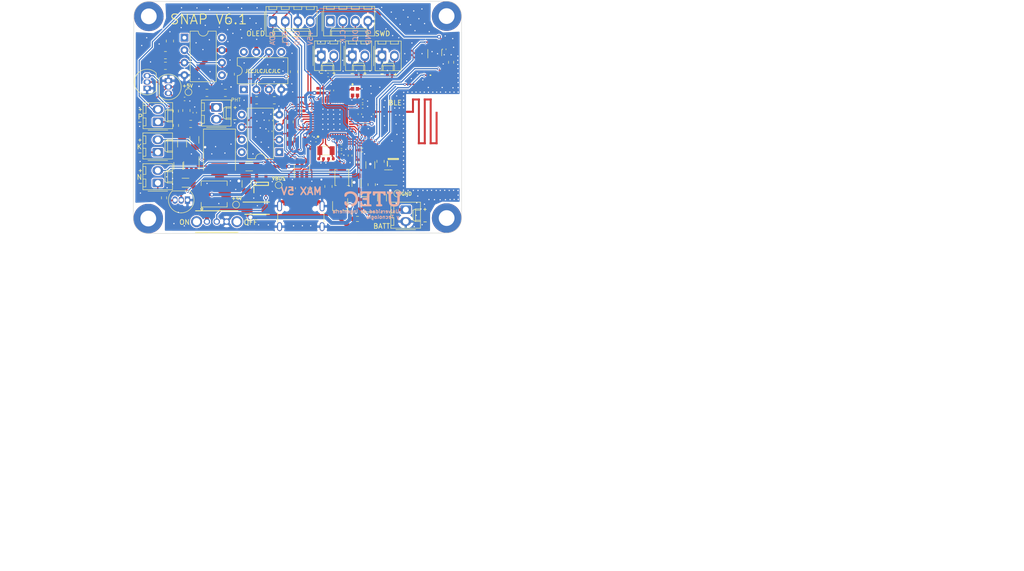
<source format=kicad_pcb>
(kicad_pcb (version 20211014) (generator pcbnew)
  (title_block (title "SNAP Device") (date "2022-11-10") (rev "1.0"))
  (layers (0 "F.Cu" power) (1 "In1.Cu" power) (2 "In2.Cu" signal) (31 "B.Cu" power) (34 "B.Paste" user) (35 "F.Paste" user) (36 "B.SilkS" user "B.Silkscreen") (37 "F.SilkS" user "F.Silkscreen") (38 "B.Mask" user) (39 "F.Mask" user) (44 "Edge.Cuts" user))
  (net 0 "")
  (net 1 "SW_ON")
  (net 2 "GND")
  (net 3 "+3V0")
  (net 4 "+5V")
  (net 5 "VBUS")
  (net 6 "+3.3VA")
  (net 7 "NRST")
  (net 8 "HSE_IN")
  (net 9 "HSE_OUT")
  (net 10 "LSE_IN")
  (net 11 "LSE_OUT")
  (net 12 "BLE_RF")
  (net 13 "Net-(C26-Pad1)")
  (net 14 "Net-(C27-Pad1)")
  (net 15 "Net-(D1-Pad2)")
  (net 16 "Net-(D2-Pad1)")
  (net 17 "Net-(D3-Pad1)")
  (net 18 "Net-(C19-Pad1)")
  (net 19 "SW_EN")
  (net 21 "BOOT0")
  (net 22 "PWM_VREF")
  (net 23 "Net-(C5-Pad1)")
  (net 24 "BUTT_BT")
  (net 25 "BUTT_1")
  (net 26 "BUTT_2")
  (net 27 "RESET_SHT31")
  (net 28 "MT3608_EN")
  (net 29 "OPAMP_ADC")
  (net 30 "WP7_EN")
  (net 31 "4273_EN")
  (net 32 "4261_EN")
  (net 35 "RGB_RED")
  (net 36 "RGB_GREEN")
  (net 37 "USB_D-")
  (net 38 "USB_D+")
  (net 39 "SWDIO")
  (net 40 "SWCLK")
  (net 44 "I2C1_SCL")
  (net 45 "I2C1_SDA")
  (net 46 "USB_CONN_D-")
  (net 47 "USB_CONN_D+")
  (net 48 "+BATT")
  (net 49 "Net-(F1-Pad1)")
  (net 50 "Net-(Q1-Pad3)")
  (net 51 "Net-(Q2-Pad3)")
  (net 52 "Net-(Q3-Pad3)")
  (net 53 "Net-(Q4-Pad2)")
  (net 54 "Net-(R1-Pad2)")
  (net 55 "BATT_ADC")
  (net 56 "Net-(J1-PadA5)")
  (net 57 "Net-(R9-Pad1)")
  (net 58 "Net-(R10-Pad1)")
  (net 60 "Net-(J1-PadB5)")
  (net 62 "RGB_BLUE")
  (net 63 "Feedback_VREF")
  (net 64 "Net-(R23-Pad2)")
  (net 65 "Net-(R24-Pad1)")
  (net 66 "Net-(R24-Pad2)")
  (net 68 "FILT_PWM")
  (net 79 "Net-(Q5-Pad2)")
  (net 80 "Net-(Q5-Pad3)")
  (net 81 "Net-(Q5-Pad4)")
  (net 82 "Net-(Q5-Pad5)")
  (net 84 "BAT_STAT")
  (net 86 "Net-(D6-Pad2)")
  (net 87 "Net-(AE1-Pad1)")
  (net 88 "Net-(C25-Pad1)")
  (net 89 "Net-(R18-Pad2)")
  (net 91 "Net-(D4-Pad1)")
  (net 92 "PWM_LEDS")
  (footprint "Connector_Molex:Molex_KK-254_AE-6410-04A_1x04_P2.54mm_Vertical" (layer "F.Cu") (at 95.14 78.9275)
    (fp_text reference "J4" hide)
    (fp_text value "OLED Screen Conn" hide)
  )
  (footprint "Capacitor_SMD:C_0402_1005Metric" (layer "F.Cu") (at 102.83 102.27 -90)
    (fp_text reference "C13" hide)
    (fp_text value "100n" hide)
  )
  (footprint "SamacSys_Parts:SOT95P280X100-5N" (layer "F.Cu") (at 92.8 111.9575 90)
    (fp_text reference "IC1" hide)
    (fp_text value "ADP121-AUJZ30R7" hide)
  )
  (footprint "Capacitor_SMD:C_0402_1005Metric" (layer "F.Cu") (at 107.15 92.97 90)
    (fp_text reference "C24" hide)
    (fp_text value "4u7" hide)
  )
  (footprint "Button_Switch_SMD:SW_SPST_B3U-1000P" (layer "F.Cu") (at 109.16 110.65 -90)
    (fp_text reference "SW2" hide)
    (fp_text value "SW_Push" hide)
  )
  (footprint "Package_TO_SOT_THT:TO-92_Inline" (layer "F.Cu") (at 77.8 115.2575 180)
    (fp_text reference "Q3" hide)
    (fp_text value "2N7000" hide)
  )
  (footprint "Capacitor_SMD:C_1206_3216Metric" (layer "F.Cu") (at 114.96 108.12 90)
    (fp_text reference "C5" hide)
    (fp_text value "100n" hide)
  )
  (footprint "Resistor_SMD:R_0805_2012Metric" (layer "F.Cu") (at 73.32 85.78 180)
    (fp_text reference "R27" hide)
    (fp_text value "1k" hide)
  )
  (footprint "Resistor_SMD:R_0603_1608Metric" (layer "F.Cu") (at 75.46 100.08 90)
    (fp_text reference "R4" hide)
    (fp_text value "30" hide)
  )
  (footprint "Capacitor_SMD:C_0402_1005Metric" (layer "F.Cu") (at 77.21 94.69)
    (fp_text reference "C20" hide)
    (fp_text value "10u" hide)
  )
  (footprint "TestPoint:TestPoint_Pad_D1.0mm" (layer "F.Cu") (at 96.33 112.2)
    (fp_text reference "TP1" hide)
    (fp_text value "TestPoint" hide)
  )
  (footprint "Resistor_SMD:R_0805_2012Metric" (layer "F.Cu") (at 106.45 112.49 90)
    (fp_text reference "R11" hide)
    (fp_text value "10k" hide)
  )
  (footprint "Capacitor_SMD:C_0402_1005Metric" (layer "F.Cu") (at 100.95 97.1075 180)
    (fp_text reference "C31" hide)
    (fp_text value "100n" hide)
  )
  (footprint "Capacitor_SMD:C_0402_1005Metric" (layer "F.Cu") (at 104.3 93.0075 90)
    (fp_text reference "C9" hide)
    (fp_text value "4u7" hide)
  )
  (footprint "Resistor_SMD:R_0805_2012Metric" (layer "F.Cu") (at 98.55 102.8075 90)
    (fp_text reference "R19" hide)
    (fp_text value "1k" hide)
  )
  (footprint "MountingHole:MountingHole_3mm_Pad" (layer "F.Cu") (at 69.94 77.8875)
    (fp_text reference "H2" hide)
    (fp_text value "MountingHole" hide)
  )
  (footprint "Resistor_SMD:R_1206_3216Metric" (layer "F.Cu") (at 76.71 103.76 -90)
    (fp_text reference "R1" hide)
    (fp_text value "7k5" hide)
  )
  (footprint "Resistor_SMD:R_0805_2012Metric" (layer "F.Cu") (at 73.32 87.95 180)
    (fp_text reference "R18" hide)
    (fp_text value "1k" hide)
  )
  (footprint "SamacSys_Parts:LFB182G45SG9A272" (layer "F.Cu") (at 117.76 97.3)
    (fp_text reference "FL1" hide)
    (fp_text value "LFB182G45SG9A272" hide)
  )
  (footprint "Package_TO_SOT_SMD:SOT-23-6" (layer "F.Cu") (at 78.6 108.22 -90)
    (fp_text reference "U2" hide)
    (fp_text value "MT3608" hide)
  )
  (footprint "SamacSys_Parts:XRCGB32M000F0Z00R0" (layer "F.Cu") (at 111.85 93.3075 -90)
    (fp_text reference "Y1" hide)
    (fp_text value "XRCGB32M000F0Z00R0" hide)
  )
  (footprint "Connector_Molex:Molex_KK-254_AE-6410-02A_1x02_P2.54mm_Vertical" (layer "F.Cu") (at 122.16 119.61 90)
    (fp_text reference "BT1" hide)
    (fp_text value "Battery_Cell" hide)
  )
  (footprint "Package_TO_SOT_THT:TO-92_Inline" (layer "F.Cu") (at 73.92 90.98 -90)
    (fp_text reference "Q2" hide)
    (fp_text value "2N7000" hide)
  )
  (footprint "Resistor_SMD:R_0805_2012Metric" (layer "F.Cu") (at 74.23 82.91 90)
    (fp_text reference "R28" hide)
    (fp_text value "1k" hide)
  )
  (footprint "TestPoint:TestPoint_Pad_D1.0mm" (layer "F.Cu") (at 120.45 113.92)
    (fp_text reference "TP4" hide)
    (fp_text value "TestPoint" hide)
  )
  (footprint "TestPoint:TestPoint_Pad_D1.0mm" (layer "F.Cu") (at 78 93.29 90)
    (fp_text reference "TP2" hide)
    (fp_text value "TestPoint" hide)
  )
  (footprint "Resistor_SMD:R_0805_2012Metric" (layer "F.Cu") (at 77.58 97.04 90)
    (fp_text reference "R30" hide)
    (fp_text value "10k" hide)
  )
  (footprint "Crystal:Crystal_SMD_3215-2Pin_3.2x1.5mm" (layer "F.Cu") (at 105.95 105.2075)
    (fp_text reference "Y2" hide)
    (fp_text value "32.768 kHz SC32S-7PF20PPM" hide)
  )
  (footprint "Connector_Molex:Molex_KK-254_AE-6410-02A_1x02_P2.54mm_Vertical" (layer "F.Cu") (at 71.77 111.7775 90)
    (fp_text reference "D4" hide)
    (fp_text value "LTL-4261NR" hide)
  )
  (footprint "Capacitor_SMD:C_1206_3216Metric" (layer "F.Cu") (at 117.329273 114.7725 90)
    (fp_text reference "C7" hide)
    (fp_text value "4u7" hide)
  )
  (footprint "Capacitor_SMD:C_0402_1005Metric" (layer "F.Cu") (at 106.95 106.8575 180)
    (fp_text reference "C22" hide)
    (fp_text value "7p" hide)
  )
  (footprint "Capacitor_SMD:C_0402_1005Metric" (layer "F.Cu") (at 105.35 93.0075 90)
    (fp_text reference "C12" hide)
    (fp_text value "100n" hide)
  )
  (footprint "Capacitor_SMD:C_0402_1005Metric" (layer "F.Cu") (at 113.92 99.69 -90)
    (fp_text reference "C11" hide)
    (fp_text value "100n" hide)
  )
  (footprint "Resistor_SMD:R_0805_2012Metric" (layer "F.Cu") (at 99.45 89.1575 -90)
    (fp_text reference "R26" hide)
    (fp_text value "8k06" hide)
  )
  (footprint "Capacitor_SMD:C_1206_3216Metric" (layer "F.Cu") (at 90.35 108.4075 180)
    (fp_text reference "C2" hide)
    (fp_text value "1u" hide)
  )
  (footprint "Resistor_SMD:R_0805_2012Metric" (layer "F.Cu") (at 81.75 93.4575 180)
    (fp_text reference "R22" hide)
    (fp_text value "1k" hide)
  )
  (footprint "Capacitor_SMD:C_1206_3216Metric" (layer "F.Cu") (at 112.144637 111.812864 90)
    (fp_text reference "C6" hide)
    (fp_text value "4u7" hide)
  )
  (footprint "MountingHole:MountingHole_3mm_Pad" (layer "F.Cu") (at 69.83368 119.0175)
    (fp_text reference "H4" hide)
    (fp_text value "MountingHole" hide)
  )
  (footprint "Package_TO_SOT_SMD:SOT-23-6" (layer "F.Cu") (at 101.065773 108.9575 90)
    (fp_text reference "U1" hide)
    (fp_text value "USBLC6-2SC6" hide)
  )
  (footprint "Resistor_SMD:R_0805_2012Metric" (layer "F.Cu") (at 117.04 107.38 90)
    (fp_text reference "R9" hide)
    (fp_text value "2k7" hide)
  )
  (footprint "Connector_USB:USB_C_Receptacle_HRO_TYPE-C-31-M-12" (layer "F.Cu") (at 100.839273 119.6175)
    (fp_text reference "J1" hide)
    (fp_text value "USB_C_Receptacle_USB2.0" hide)
  )
  (footprint "Capacitor_SMD:C_0402_1005Metric" (layer "F.Cu") (at 118.9 89.8275 180)
    (fp_text reference "C28" hide)
    (fp_text value "100n" hide)
  )
  (footprint "Package_TO_SOT_SMD:SOT-23-5" (layer "F.Cu") (at 113.939273 116.1175 180)
    (fp_text reference "U8" hide)
    (fp_text value "MCP73831-2-OT" hide)
  )
  (footprint "Connector_Molex:Molex_KK-254_AE-6410-02A_1x02_P2.54mm_Vertical" (layer "F.Cu") (at 71.77 105.5275 90)
    (fp_text reference "D3" hide)
    (fp_text value "LTL-4273" hide)
  )
  (footprint "Resistor_SMD:R_0805_2012Metric" (layer "F.Cu") (at 91.85 94.9575)
    (fp_text reference "R23" hide)
    (fp_text value "3k3" hide)
  )
  (footprint "Capacitor_SMD:C_1206_3216Metric" (layer "F.Cu") (at 77.4 111.72 180)
    (fp_text reference "C3" hide)
    (fp_text value "22u" hide)
  )
  (footprint "Capacitor_SMD:C_0402_1005Metric" (layer "F.Cu") (at 94.625 101.2575 90)
    (fp_text reference "C26" hide)
    (fp_text value "100n" hide)
  )
  (footprint "SamacSys_Parts:DIOM5025X231N" (layer "F.Cu") (at 91.95 116.9075)
    (fp_text reference "D5" hide)
    (fp_text value "FM240A" hide)
  )
  (footprint "Resistor_SMD:R_0805_2012Metric" (layer "F.Cu") (at 86.6 89.6575 -90)
    (fp_text reference "R24" hide)
    (fp_text value "1k5" hide)
  )
  (footprint "MountingHole:MountingHole_3mm_Pad" (layer "F.Cu") (at 130.46868 118.91868)
    (fp_text reference "H3" hide)
    (fp_text value "MountingHole" hide)
  )
  (footprint "Resistor_SMD:R_0402_1005Metric" (layer "F.Cu") (at 94.62 82.57)
    (fp_text reference "R15" hide)
    (fp_text value "10k" hide)
  )
  (footprint "Package_TO_SOT_THT:TO-92_Inline" (layer "F.Cu") (at 69.6 92.52 90)
    (fp_text reference "Q1" hide)
    (fp_text value "2N7000" hide)
  )
  (footprint "Connector_Molex:Molex_KK-254_AE-6410-04A_1x04_P2.54mm_Vertical" (layer "F.Cu") (at 106.84 78.8775)
    (fp_text reference "J3" hide)
    (fp_text value "Serial Wire Debug" hide)
  )
  (footprint "Resistor_SMD:R_1206_3216Metric" (layer "F.Cu") (at 75.94 108.31 -90)
    (fp_text reference "R2" hide)
    (fp_text value "1k" hide)
  )
  (footprint "Resistor_SMD:R_0402_1005Metric" (layer "F.Cu") (at 113.29 105.08)
    (fp_text reference "R13" hide)
    (fp_text value "1M" hide)
  )
  (footprint "Resistor_SMD:R_0805_2012Metric" (layer "F.Cu") (at 95.45 94.9575)
    (fp_text reference "R25" hide)
    (fp_text value "10k" hide)
  )
  (footprint "Resistor_SMD:R_0805_2012Metric" (layer "F.Cu") (at 78.45 99.77 180)
    (fp_text reference "R29" hide)
    (fp_text value "1k" hide)
  )
  (footprint "Inductor_SMD:L_Vishay_IHLP-2020" (layer "F.Cu") (at 83.2265 114.02)
    (fp_text reference "L1" hide)
    (fp_text value "22u" hide)
  )
  (footprint "Package_TO_SOT_SMD:TSOT-23" (layer "F.Cu") (at 108.844637 116.425 -90)
    (fp_text reference "Q6" hide)
    (fp_text value "771-BSS84AK215" hide)
  )
  (footprint "Resistor_SMD:R_0402_1005Metric" (layer "F.Cu") (at 102.665773 112.8575 -90)
    (fp_text reference "R6" hide)
    (fp_text value "5k1" hide)
  )
  (footprint "Connector_Molex:Molex_KK-254_AE-6410-02A_1x02_P2.54mm_Vertical" (layer "F.Cu") (at 117.32 85.95)
    (fp_text reference "SW3" hide)
    (fp_text value "SW_Push" hide)
  )
  (footprint "Capacitor_SMD:C_0402_1005Metric" (layer "F.Cu") (at 106.95 109.55 -90)
    (fp_text reference "C18" hide)
    (fp_text value "100n" hide)
  )
  (footprint "Capacitor_SMD:C_1206_3216Metric" (layer "F.Cu") (at 89.8 111.9575 90)
    (fp_text reference "C1" hide)
    (fp_text value "1u" hide)
  )
  (footprint "MountingHole:MountingHole_3mm_Pad" (layer "F.Cu") (at 130.46132 77.83868)
    (fp_text reference "H1" hide)
    (fp_text value "MountingHole" hide)
  )
  (footprint "Capacitor_SMD:C_1206_3216Metric" (layer "F.Cu") (at 79.2 103.02 -90)
    (fp_text reference "C4" hide)
    (fp_text value "22u" hide)
  )
  (footprint "Capacitor_SMD:C_0402_1005Metric" (layer "F.Cu") (at 104.95 106.8575)
    (fp_text reference "C21" hide)
    (fp_text value "7p" hide)
  )
  (footprint "Capacitor_SMD:C_0402_1005Metric" (layer "F.Cu") (at 115.91 97.78 -90)
    (fp_text reference "C25" hide)
    (fp_text value "0p8" hide)
  )
  (footprint "Resistor_SMD:R_0402_1005Metric" (layer "F.Cu") (at 99.365773 112.8575 -90)
    (fp_text reference "R7" hide)
    (fp_text value "5k1" hide)
  )
  (footprint "Resistor_SMD:R_0402_1005Metric" (layer "F.Cu") (at 112.41 107.56 90)
    (fp_text reference "R12" hide)
    (fp_text value "1M" hide)
  )
  (footprint "Capacitor_SMD:C_0402_1005Metric" (layer "F.Cu") (at 109.1 104.4075)
    (fp_text reference "C17" hide)
    (fp_text value "10n" hide)
  )
  (footprint "Resistor_SMD:R_0603_1608Metric" (layer "F.Cu") (at 73.04 114.8 -90)
    (fp_text reference "R5" hide)
    (fp_text value "40" hide)
  )
  (footprint "Capacitor_SMD:C_0402_1005Metric" (layer "F.Cu") (at 79.28 97.48 90)
    (fp_text reference "C19" hide)
    (fp_text value "0u1" hide)
  )
  (footprint "SamacSys_Parts:AAA3528LSEKJ3ZGKQBKS" (layer "F.Cu") (at 129.46 90.58 180)
    (fp_text reference "D6" hide)
    (fp_text value "AAA3528LSEKJ3ZGKQBKS" hide)
  )
  (footprint "Package_DIP:DIP-8_W7.62mm" (layer "F.Cu") (at 96.45 105.5075 180)
    (fp_text reference "U5" hide)
    (fp_text value "LT1077CN8" hide)
  )
  (footprint "Capacitor_SMD:C_0402_1005Metric" (layer "F.Cu") (at 94.75 99.0575 90)
    (fp_text reference "C27" hide)
    (fp_text value "10u" hide)
  )
  (footprint "Resistor_SMD:R_0805_2012Metric" (layer "F.Cu") (at 115.239273 112.1175 90)
    (fp_text reference "R8" hide)
    (fp_text value "330" hide)
  )
  (footprint "Capacitor_SMD:C_0402_1005Metric" (layer "F.Cu") (at 112.84 97.78 -90)
    (fp_text reference "C23" hide)
    (fp_text value "0p8" hide)
  )
  (footprint "Resistor_SMD:R_0603_1608Metric" (layer "F.Cu") (at 112.35 119.1 180)
    (fp_text reference "R10" hide)
    (fp_text value "2k" hide)
  )
  (footprint "Capacitor_SMD:C_0402_1005Metric" (layer "F.Cu") (at 103.92 103.06 180)
    (fp_text reference "C10" hide)
    (fp_text value "100n" hide)
  )
  (footprint "Package_DIP:DIP-8_W7.62mm" (layer "F.Cu") (at 77.18 82.23)
    (fp_text reference "U6" hide)
    (fp_text value "LT1077CN8" hide)
  )
  (footprint "Capacitor_SMD:C_0402_1005Metric" (layer "F.Cu") (at 129.98 84.59 -90)
    (fp_text reference "C8" hide)
    (fp_text value "100n" hide)
  )
  (footprint "Resistor_SMD:R_0402_1005Metric" (layer "F.Cu") (at 97.2 82.57)
    (fp_text reference "R16" hide)
    (fp_text value "10k" hide)
  )
  (footprint "Resistor_SMD:R_0603_1608Metric" (layer "F.Cu") (at 75.44 97.15 90)
    (fp_text reference "R3" hide)
    (fp_text value "250" hide)
  )
  (footprint "Resistor_SMD:R_0805_2012Metric" (layer "F.Cu") (at 85.5 93.4575)
    (fp_text reference "R21" hide)
    (fp_text value "1k" hide)
  )
  (footprint "Sensor_Humidity:Sensirion_DFN-8-1EP_2.5x2.5mm_P0.5mm_EP1.1x1.7mm" (layer "F.Cu") (at 128.055 85.2675 90)
    (fp_text reference "U4" hide)
    (fp_text value "SHT31-DIS" hide)
  )
  (footprint "Connector_Molex:Molex_KK-254_AE-6410-02A_1x02_P2.54mm_Vertical" (layer "F.Cu") (at 111.3 85.9275)
    (fp_text reference "SW4" hide)
    (fp_text value "SW_Push" hide)
  )
  (footprint "Resistor_SMD:R_0402_1005Metric" (layer "F.Cu") (at 110.85 106.2075 -90)
    (fp_text reference "R17" hide)
    (fp_text value "10k" hide)
  )
  (footprint "SamacSys_Parts:SOT65P210X110-6N" (layer "F.Cu") (at 119.63 106.905 90)
    (fp_text reference "Q5" hide)
    (fp_text value "2N7002KDW_R1_00001" hide)
  )
  (footprint "Resistor_SMD:R_0603_1608Metric" (layer "F.Cu") (at 131.38 87.23 90)
    (fp_text reference "R14" hide)
    (fp_text value "500" hide)
  )
  (footprint "Package_DIP:DIP-8_W7.62mm" (layer "F.Cu") (at 89.25 92.7575 90)
    (fp_text reference "U7" hide)
    (fp_text value "LT1077CN8" hide)
  )
  (footprint "Capacitor_SMD:C_0402_1005Metric" (layer "F.Cu") (at 106.37 89.8075)
    (fp_text reference "C30" hide)
    (fp_text value "100n" hide)
  )
  (footprint "Capacitor_SMD:C_0402_1005Metric" (layer "F.Cu") (at 112.6 89.8075 180)
    (fp_text reference "C29" hide)
    (fp_text value "100n" hide)
  )
  (footprint "Fuse:Fuse_0603_1608Metric" (layer "F.Cu") (at 104.18 112.8475 90)
    (fp_text reference "F1" hide)
    (fp_text value "2A" hide)
  )
  (footprint "SamacSys_Parts:OS102011MA1QN1" (layer "F.Cu") (at 83.75 119.64764)
    (fp_text reference "SW1" hide)
    (fp_text value "OS102011MA1QN1" hide)
  )
  (footprint "Capacitor_SMD:C_0402_1005Metric" (layer "F.Cu") (at 113.4 95.12)
    (fp_text reference "C14" hide)
    (fp_text value "100n" hide)
  )
  (footprint "Inductor_SMD:L_0402_1005Metric" (layer "F.Cu") (at 114.37 97.3)
    (fp_text reference "L3" hide)
    (fp_text value "1n9" hide)
  )
  (footprint "Capacitor_SMD:C_0402_1005Metric" (layer "F.Cu") (at 113.4 96.22)
    (fp_text reference "C15" hide)
    (fp_text value "100p" hide)
  )
  (footprint "Connector_Molex:Molex_KK-254_AE-6410-02A_1x02_P2.54mm_Vertical" (layer "F.Cu") (at 71.8 99.3575 90)
    (fp_text reference "D2" hide)
    (fp_text value "WP7113SF4BT-22" hide)
  )
  (footprint "Package_TO_SOT_SMD:SOT-23-6" (layer "F.Cu") (at 118.629273 110.6725 180)
    (fp_text reference "U3" hide)
    (fp_text value "AP9101CK6" hide)
  )
  (footprint "TestPoint:TestPoint_Pad_D1.0mm" (layer "F.Cu") (at 87.67 116.2)
    (fp_text reference "TP3" hide)
    (fp_text value "TestPoint" hide)
  )
  (footprint "RF_Antenna:PCB Meander Antenna" (layer "F.Cu") (at 120.715 100 -90)
    (fp_text reference "AE1" hide)
    (fp_text value "PCB Meander Antenna" hide)
  )
  (footprint "Capacitor_SMD:C_0402_1005Metric" (layer "F.Cu") (at 109.1 105.4875)
    (fp_text reference "C16" hide)
    (fp_text value "1u" hide)
  )
  (footprint "Connector_Molex:Molex_KK-254_AE-6410-02A_1x02_P2.54mm_Vertical" (layer "F.Cu") (at 83.67 98.8275 90)
    (fp_text reference "Q4" hide)
    (fp_text value "SFH 310")
  )
  (footprint "Resistor_SMD:R_0805_2012Metric" (layer "F.Cu") (at 98.55 99.3575 90)
    (fp_text reference "R20" hide)
    (fp_text value "10k" hide)
  )
  (footprint "Connector_Molex:Molex_KK-254_AE-6410-02A_1x02_P2.54mm_Vertical" (layer "F.Cu") (at 105 85.9275)
    (fp_text reference "SW5" hide)
    (fp_text value "SW_Push" hide)
  )
  (footprint "Inductor_SMD:L_0402_1005Metric" (layer "F.Cu") (at 108.62 107.0475 90)
    (fp_text reference "L2" hide)
    (fp_text value "39n" hide)
  )
  (footprint "SamacSys_Parts:QFN50P700X700X65-49N-D" (layer "F.Cu") (at 107.6 98.5575 90)
    (fp_text reference "IC2" hide)
    (fp_text value "STM32WB35CCU7A" hide)
  )
  (footprint "Diode_SMD:D_SMC" (layer "F.Cu") (at 84.3 105.62 -90)
    (fp_text reference "D1" hide)
    (fp_text value "SS34" hide)
  )
  (footprint "SamacSys_Parts:utec_logo" (layer "B.Cu") (at 115.786334 111.625646 180)
    (fp_text reference "G***" hide)
    (fp_text value "LOGO" hide)
  )
  (gr_line (start 66.8 119.0575) (end 66.9 77.8575) (layer "Edge.Cuts") (width 0.1))
  (gr_arc (start 133.49868 118.95868) (mid 132.62 121.08) (end 130.49868 121.95868) (layer "Edge.Cuts") (width 0.1))
  (gr_line (start 130.49868 121.95868) (end 69.8 122.0575) (layer "Edge.Cuts") (width 0.1))
  (gr_arc (start 66.9 77.8575) (mid 67.77868 75.73618) (end 69.9 74.8575) (layer "Edge.Cuts") (width 0.1))
  (gr_line (start 133.49868 118.95868) (end 133.5 77.81) (layer "Edge.Cuts") (width 0.1))
  (gr_arc (start 69.8 122.0575) (mid 67.67868 121.17882) (end 66.8 119.0575) (layer "Edge.Cuts") (width 0.1))
  (gr_arc (start 130.5 74.81) (mid 132.62132 75.68868) (end 133.5 77.81) (layer "Edge.Cuts") (width 0.1))
  (gr_line (start 130.5 74.81) (end 69.9 74.8575) (layer "Edge.Cuts") (width 0.1))
  (gr_text "+5V" (at 102.76 82.27 90) (layer "B.SilkS") (effects (font (size 1 1)) (justify mirror)))
  (gr_text "SCL" (at 97.62 82.39 90) (layer "B.SilkS") (effects (font (size 1 1)) (justify mirror)))
  (gr_text "SDA" (at 95.09 82.35 90) (layer "B.SilkS") (effects (font (size 1 1)) (justify mirror)))
  (gr_text "CLK" (at 109.38 81.97 90) (layer "B.SilkS") (effects (font (size 1 1)) (justify mirror)))
  (gr_text "Universidad de Ingeniería\ny Tecnología" (at 120.91 118.14) (layer "B.SilkS") (effects (font (size 0.7 0.7)) (justify left mirror)))
  (gr_text "GND\n" (at 114.56 82.09 90) (layer "B.SilkS") (effects (font (size 1 1)) (justify mirror)))
  (gr_text "DIO" (at 111.93 81.81 90) (layer "B.SilkS") (effects (font (size 1 1)) (justify mirror)))
  (gr_text "MAX 5V" (at 100.94 113.45) (layer "B.SilkS") (effects (font (size 1.5 1.5) (thickness 0.3)) (justify mirror)))
  (gr_text "GND" (at 100.1 82.33 90) (layer "B.SilkS") (effects (font (size 1 1)) (justify mirror)))
  (gr_text "PHT" (at 87.64 94.88) (layer "F.SilkS") (effects (font (size 0.7 0.7) (thickness 0.1))))
  (gr_text "JLCJLCJLCJLC" (at 93.11 89.03) (layer "F.SilkS") (effects (font (size 0.7 0.7))))
  (gr_text "K" (at 68.02 104.41) (layer "F.SilkS") (effects (font (size 1 1))))
  (gr_text "+" (at 126.07 117.1) (layer "F.SilkS") (effects (font (size 0.7 0.7))))
  (gr_text "-" (at 104.99 89.43) (layer "F.SilkS") (effects (font (size 0.7 0.7))))
  (gr_text "+" (at 87.49 96.4) (layer "F.SilkS") (effects (font (size 0.7 0.7))))
  (gr_text "VBUS" (at 96.33 110.88) (layer "F.SilkS") (effects (font (size 0.7 0.7))))
  (gr_text "-" (at 68.14 105.61) (layer "F.SilkS") (effects (font (size 0.7 0.7))))
  (gr_text "BATT" (at 117.26 120.57) (layer "F.SilkS") (effects (font (size 1 1))))
  (gr_text "-" (at 111.3 89.47) (layer "F.SilkS") (effects (font (size 0.7 0.7))))
  (gr_text "SNAP V6.1" (at 82.1 78.49) (layer "F.SilkS") (effects (font (size 2 2) (thickness 0.2))))
  (gr_text "GND" (at 122.32 113.99) (layer "F.SilkS") (effects (font (size 0.7 0.7))))
  (gr_text "N" (at 68.02 110.6) (layer "F.SilkS") (effects (font (size 1 1))))
  (gr_text "OLED" (at 91.66 81.4) (layer "F.SilkS") (effects (font (size 1 1))))
  (gr_text "ON" (at 77.2 119.76) (layer "F.SilkS") (effects (font (size 1 1))))
  (gr_text "-" (at 126.09 119.65) (layer "F.SilkS") (effects (font (size 0.7 0.7))))
  (gr_text "+" (at 68.22 109.22) (layer "F.SilkS") (effects (font (size 0.7 0.7))))
  (gr_text "-" (at 68.19 111.8) (layer "F.SilkS") (effects (font (size 0.7 0.7))))
  (gr_text "+" (at 68.21 96.79) (layer "F.SilkS") (effects (font (size 0.7 0.7))))
  (gr_text "SWD" (at 117.44 81.4) (layer "F.SilkS") (effects (font (size 1 1))))
  (gr_text "+" (at 68.13 103.01) (layer "F.SilkS") (effects (font (size 0.7 0.7))))
  (gr_text "+" (at 120.1 89.64) (layer "F.SilkS") (effects (font (size 0.7 0.7))))
  (gr_text "+5V" (at 77.82 92.01) (layer "F.SilkS") (effects (font (size 0.7 0.7))))
  (gr_text "P" (at 68.2 98.31) (layer "F.SilkS") (effects (font (size 1 1))))
  (gr_text "+" (at 107.57 89.4) (layer "F.SilkS") (effects (font (size 0.7 0.7))))
  (gr_text "-" (at 87.43 98.84) (layer "F.SilkS") (effects (font (size 0.7 0.7))))
  (gr_text "-" (at 117.36 89.55) (layer "F.SilkS") (effects (font (size 0.7 0.7))))
  (gr_text "+4V" (at 87.82 114.9) (layer "F.SilkS") (effects (font (size 0.7 0.7))))
  (gr_text "BLE" (at 120 95.48) (layer "F.SilkS") (effects (font (size 1 1))))
  (gr_text "-" (at 68.1 99.36) (layer "F.SilkS") (effects (font (size 0.7 0.7))))
  (gr_text "OFF" (at 90.64 119.81) (layer "F.SilkS") (effects (font (size 1 1))))
  (gr_text "+" (at 113.87 89.42) (layer "F.SilkS") (effects (font (size 0.7 0.7))))
  (segment (start 87.6675 116.9075) (end 87.6675 116.2025) (width 0.8) (layer "F.Cu") (net 1))
  (segment (start 89.9 113.5325) (end 89.8 113.4325) (width 0.8) (layer "F.Cu") (net 1))
  (segment (start 83.15 116.9075) (end 87.6675 116.9075) (width 0.8) (layer "F.Cu") (net 1))
  (segment (start 91.65 113.2075) (end 91.35 113.5075) (width 0.8) (layer "F.Cu") (net 1))
  (segment (start 89.9 116.9075) (end 89.9 113.5325) (width 0.8) (layer "F.Cu") (net 1))
  (segment (start 110.34 116.5) (end 110.8 116.5) (width 0.7) (layer "F.Cu") (net 1))
  (segment (start 89.875 113.5075) (end 89.8 113.4325) (width 0.8) (layer "F.Cu") (net 1))
  (segment (start 81.75 118.3075) (end 83.15 116.9075) (width 0.8) (layer "F.Cu") (net 1))
  (segment (start 91.35 113.5075) (end 89.875 113.5075) (width 0.8) (layer "F.Cu") (net 1))
  (segment (start 89.9 118.0575) (end 89.9 116.9075) (width 0.8) (layer "F.Cu") (net 1))
  (segment (start 109.794637 115.954637) (end 110.34 116.5) (width 0.7) (layer "F.Cu") (net 1))
  (segment (start 87.6675 116.2025) (end 87.67 116.2) (width 0.8) (layer "F.Cu") (net 1))
  (segment (start 87.6675 116.9075) (end 89.9 116.9075) (width 0.8) (layer "F.Cu") (net 1))
  (segment (start 109.794637 115.115) (end 109.794637 115.954637) (width 0.7) (layer "F.Cu") (net 1))
  (segment (start 91.85 113.2075) (end 91.65 113.2075) (width 0.35) (layer "F.Cu") (net 1))
  (segment (start 81.75 119.64764) (end 81.75 118.3075) (width 0.8) (layer "F.Cu") (net 1))
  (segment (start 90.6 118.7575) (end 89.9 118.0575) (width 0.8) (layer "F.Cu") (net 1))
  (via (at 110.8 116.5) (size 1.2) (drill 0.7) (layers "F.Cu" "B.Cu") (net 1))
  (via (at 90.6 118.7575) (size 1.2) (drill 0.8) (layers "F.Cu" "B.Cu") (net 1))
  (segment (start 90.6 118.7575) (end 105.9325 118.7575) (width 0.8) (layer "B.Cu") (net 1))
  (segment (start 105.9325 118.7575) (end 107.075 119.9) (width 0.8) (layer "B.Cu") (net 1))
  (segment (start 110.8 116.5075) (end 110.8 119.2) (width 0.8) (layer "B.Cu") (net 1))
  (segment (start 110.1 119.9) (end 107.075 119.9) (width 0.8) (layer "B.Cu") (net 1))
  (segment (start 110.8 119.2) (end 110.1 119.9) (width 0.8) (layer "B.Cu") (net 1))
  (segment (start 113.88 95.12) (end 114.4 95.12) (width 0.25) (layer "F.Cu") (net 2))
  (segment (start 109.35 96.8075) (end 107.6 98.5575) (width 0.25) (layer "F.Cu") (net 2))
  (segment (start 103.13 102.75) (end 103.44 103.06) (width 0.25) (layer "F.Cu") (net 2))
  (segment (start 99.125 111.075) (end 99.365773 111.315773) (width 0.25) (layer "F.Cu") (net 2))
  (segment (start 105.43 107.22) (end 105.43 106.8575) (width 0.25) (layer "F.Cu") (net 2))
  (segment (start 118.425 88.9) (end 118.425 89.8225) (width 0.25) (layer "F.Cu") (net 2))
  (segment (start 117.76 97.75) (end 117.76 98.16) (width 0.25) (layer "F.Cu") (net 2))
  (segment (start 75.34 110.3725) (end 75.34 111.42) (width 1) (layer "F.Cu") (net 2))
  (segment (start 112.125 88.9) (end 112.125 89.8025) (width 0.25) (layer "F.Cu") (net 2))
  (segment (start 78.6 107.0825) (end 78.6 105.875) (width 0.25) (layer "F.Cu") (net 2))
  (segment (start 104.3 92.5275) (end 105.35 92.5275) (width 0.25) (layer "F.Cu") (net 2))
  (segment (start 88.875 110.25) (end 89.1075 110.4825) (width 0.6) (layer "F.Cu") (net 2))
  (segment (start 79.28 97) (end 79.28 96.33) (width 0.25) (layer "F.Cu") (net 2))
  (segment (start 75.94 109.7725) (end 75.34 110.3725) (width 1) (layer "F.Cu") (net 2))
  (segment (start 102.77 108.97) (end 103.07 109.27) (width 0.25) (layer "F.Cu") (net 2))
  (segment (start 127.805 86.5425) (end 127.805 85.6175) (width 0.25) (layer "F.Cu") (net 2))
  (segment (start 118.3625 113.2975) (end 118.9975 113.2975) (width 0.5) (layer "F.Cu") (net 2))
  (segment (start 103.44 103.06) (end 103.44 102.54) (width 0.25) (layer "F.Cu") (net 2))
  (segment (start 112.84 98.26) (end 113.36 98.26) (width 0.25) (layer "F.Cu") (net 2))
  (segment (start 111.2 94.92) (end 111.2 94.58) (width 0.25) (layer "F.Cu") (net 2))
  (segment (start 106.47 107.28) (end 106.47 106.8575) (width 0.25) (layer "F.Cu") (net 2))
  (segment (start 103.2 103.3) (end 103.44 103.06) (width 0.25) (layer "F.Cu") (net 2))
  (segment (start 109.58 105.4875) (end 109.58 106.13) (width 0.25) (layer "F.Cu") (net 2))
  (segment (start 75.8675 109.7) (end 75.94 109.7725) (width 1) (layer "F.Cu") (net 2))
  (segment (start 118.425 89.8225) (end 118.42 89.8275) (width 0.25) (layer "F.Cu") (net 2))
  (segment (start 131.38 85.7) (end 131.39 85.69) (width 0.25) (layer "F.Cu") (net 2))
  (segment (start 102.665773 112.3475) (end 102.665773 111.824227) (width 0.25) (layer "F.Cu") (net 2))
  (segment (start 104.925 107.725) (end 105.43 107.22) (width 0.25) (layer "F.Cu") (net 2))
  (segment (start 111.35 94.43) (end 111.35 93.9825) (width 0.25) (layer "F.Cu") (net 2))
  (segment (start 113.36 98.26) (end 113.45 98.35) (width 0.25) (layer "F.Cu") (net 2))
  (segment (start 80.8375 93.4575) (end 80.7575 93.4575) (width 0.25) (layer "F.Cu") (net 2))
  (segment (start 86.4125 92.6625) (end 86.65 92.425) (width 0.25) (layer "F.Cu") (net 2))
  (segment (start 109.58 104.85) (end 109.68 104.95) (width 0.25) (layer "F.Cu") (net 2))
  (segment (start 105.925 107.725) (end 106.025 107.725) (width 0.25) (layer "F.Cu") (net 2))
  (segment (start 119.83 113.3) (end 120.45 113.92) (width 0.5) (layer "F.Cu") (net 2))
  (segment (start 111.525 118.145) (end 111.71 117.96) (width 0.25) (layer "F.Cu") (net 2))
  (segment (start 118.98 107.855) (end 118.98 108.355) (width 0.25) (layer "F.Cu") (net 2))
  (segment (start 105.89 89.8075) (end 105.89 88.96) (width 0.25) (layer "F.Cu") (net 2))
  (segment (start 111.525 119.1) (end 111.525 118.145) (width 0.25) (layer "F.Cu") (net 2))
  (segment (start 88.875 108.4075) (end 88.875 110.25) (width 0.6) (layer "F.Cu") (net 2))
  (segment (start 103.07 103.06) (end 102.83 103.3) (width 0.25) (layer "F.Cu") (net 2))
  (segment (start 103.07 102.99) (end 103.07 103.06) (width 0.25) (layer "F.Cu") (net 2))
  (segment (start 75.925 109.7875) (end 75.94 109.7725) (width 1) (layer "F.Cu") (net 2))
  (segment (start 79.2 104.495) (end 81.37 104.495) (width 0.5) (layer "F.Cu") (net 2))
  (segment (start 102.83 102.75) (end 103.07 102.99) (width 0.25) (layer "F.Cu") (net 2))
  (segment (start 74.81 109.7) (end 74.81 112.08) (width 1) (layer "F.Cu") (net 2))
  (segment (start 105.159273 116.4875) (end 105.159273 116.159273) (width 0.25) (layer "F.Cu") (net 2))
  (segment (start 80.15 92.85) (end 80.15 92.125) (width 0.25) (layer "F.Cu") (net 2))
  (segment (start 78.28 95.11) (end 78.11 95.11) (width 0.25) (layer "F.Cu") (net 2))
  (segment (start 103.44 102.54) (end 103.52 102.46) (width 0.25) (layer "F.Cu") (net 2))
  (segment (start 74.23 81.9975) (end 74.23 81.02) (width 0.25) (layer "F.Cu") (net 2))
  (segment (start 109.68 104.95) (end 109.99 104.95) (width 0.25) (layer "F.Cu") (net 2))
  (segment (start 113.88 96.22) (end 114.4 96.22) (width 0.25) (layer "F.Cu") (net 2))
  (segment (start 99.7875 97.1075) (end 99.7 97.02) (width 0.25) (layer "F.Cu") (net 2))
  (segment (start 113.8 105.08) (end 113.8 106.5) (width 0.5) (layer "F.Cu") (net 2))
  (segment (start 106.85 95.1075) (end 106.85 97.8075) (width 0.25) (layer "F.Cu") (net 2))
  (segment (start 112.144637 110.337864) (end 112.144637 111.175363) (width 0.6) (layer "F.Cu") (net 2))
  (segment (start 96.519273 116.4875) (end 96.519273 116.030727) (width 0.25) (layer "F.Cu") (net 2))
  (segment (start 92.65 114.1) (end 92.8 113.95) (width 0.25) (layer "F.Cu") (net 2))
  (segment (start 111.71 117.96) (end 112.05 117.96) (width 0.25) (layer "F.Cu") (net 2))
  (segment (start 119.0175 113.2975) (end 119.02 113.3) (width 0.5) (layer "F.Cu") (net 2))
  (segment (start 116.8525 111.6225) (end 117.491773 111.6225) (width 0.25) (layer "F.Cu") (net 2))
  (segment (start 114.475 100.725) (end 114.55 100.725) (width 0.25) (layer "F.Cu") (net 2))
  (segment (start 109.16 112.35) (end 110.625 112.35) (width 0.25) (layer "F.Cu") (net 2))
  (segment (start 78.11 95.11) (end 77.69 94.69) (width 0.25) (layer "F.Cu") (net 2))
  (segment (start 101.065773 109.324227) (end 101.42 108.97) (width 0.25) (layer "F.Cu") (net 2))
  (segment (start 106.025 107.725) (end 106.47 107.28) (width 0.25) (layer "F.Cu") (net 2))
  (segment (start 101.065773 110.095) (end 101.065773 109.324227) (width 0.25) (layer "F.Cu") (net 2))
  (segment (start 103.44 103.06) (end 103.07 103.06) (width 0.25) (layer "F.Cu") (net 2))
  (segment (start 110.84 106.7275) (end 110.85 106.7175) (width 0.25) (layer "F.Cu") (net 2))
  (segment (start 81.37 104.495) (end 81.375 104.5) (width 0.5) (layer "F.Cu") (net 2))
  (segment (start 115.19 98.26) (end 115.91 98.26) (width 0.25) (layer "F.Cu") (net 2))
  (segment (start 79.28 96.33) (end 79.27 96.32) (width 0.25) (layer "F.Cu") (net 2))
  (segment (start 99.365773 111.315773) (end 99.365773 112.3475) (width 0.25) (layer "F.Cu") (net 2))
  (segment (start 101.42 108.97) (end 102.77 108.97) (width 0.25) (layer "F.Cu") (net 2))
  (segment (start 127.805 85.1175) (end 128.055 85.3675) (width 0.25) (layer "F.Cu") (net 2))
  (segment (start 75.565 112.08) (end 75.925 111.72) (width 1) (layer "F.Cu") (net 2))
  (segment (start 96.375 96.15) (end 96.375 94.97) (width 0.25) (layer "F.Cu") (net 2))
  (segment (start 102.83 102.75) (end 103.13 102.75) (width 0.25) (layer "F.Cu") (net 2))
  (segment (start 109.16 112.35) (end 109.16 110.735) (width 0.25) (layer "F.Cu") (net 2))
  (segment (start 113.92 100.17) (end 114.475 100.725) (width 0.25) (layer "F.Cu") (net 2))
  (segment (start 118.3625 113.2975) (end 119.0175 113.2975) (width 0.5) (layer "F.Cu") (net 2))
  (segment (start 96.519273 116.030727) (end 96.9775 115.5725) (width 0.6) (layer "F.Cu") (net 2))
  (segment (start 116.4 112.075) (end 116.8525 111.6225) (width 0.25) (layer "F.Cu") (net 2))
  (segment (start 104.5725 115.5725) (end 104.089273 115.5725) (width 0.6) (layer "F.Cu") (net 2))
  (segment (start 92.8 113.95) (end 92.8 113.2075) (width 0.25) (layer "F.Cu") (net 2))
  (segment (start 94.6225 100.775) (end 94.625 100.7775) (width 0.25) (layer "F.Cu") (net 2))
  (segment (start 89.1075 110.4825) (end 89.8 110.4825) (width 0.6) (layer "F.Cu") (net 2))
  (segment (start 110.84 107.63) (end 110.84 106.7275) (width 0.25) (layer "F.Cu") (net 2))
  (segment (start 127.305 84.1925) (end 127.305 84.6175) (width 0.25) (layer "F.Cu") (net 2))
  (segment (start 107 92.34) (end 107 91.725) (width 0.25) (layer "F.Cu") (net 2))
  (segment (start 127.305 84.6175) (end 128.055 85.3675) (width 0.25) (layer "F.Cu") (net 2))
  (segment (start 111.05 96.8075) (end 109.35 96.8075) (width 0.25) (layer "F.Cu") (net 2))
  (segment (start 75.925 111.72) (end 75.925 109.7875) (width 1) (layer "F.Cu") (net 2))
  (segment (start 80.7575 93.4575) (end 80.15 92.85) (width 0.25) (layer "F.Cu") (net 2))
  (segment (start 117.329273 113.2975) (end 118.3625 113.2975) (width 0.5) (layer "F.Cu") (net 2))
  (segment (start 111.2 94.58) (end 111.35 94.43) (width 0.25) (layer "F.Cu") (net 2))
  (segment (start 112.144637 111.175363) (end 111.66 111.66) (width 0.6) (layer "F.Cu") (net 2))
  (segment (start 109.58 104.4075) (end 109.58 104.85) (width 0.25) (layer "F.Cu") (net 2))
  (segment (start 109.16 110.735) (end 108.455 110.03) (width 0.25) (layer "F.Cu") (net 2))
  (segment (start 86.4125 93.4575) (end 86.4125 92.6625) (width 0.25) (layer "F.Cu") (net 2))
  (segment (start 117.76 96.35) (end 117.76 96.85) (width 0.25) (layer "F.Cu") (net 2))
  (segment (start 93.75 100.775) (end 94.6225 100.775) (width 0.25) (layer "F.Cu") (net 2))
  (segment (start 127.805 84.1925) (end 127.805 85.1175) (width 0.25) (layer "F.Cu") (net 2))
  (segment (start 103.23 102.75) (end 103.52 102.46) (width 0.25) (layer "F.Cu") (net 2))
  (segment (start 117.76 98.16) (end 117.775 98.175) (width 0.25) (layer "F.Cu") (net 2))
  (segment (start 106.85 97.8075) (end 107.6 98.5575) (width 0.25) (layer "F.Cu") (net 2))
  (segment (start 113.2675 92.6325) (end 113.27 92.63) (width 0.25) (layer "F.Cu") (net 2))
  (segment (start 119.02 113.3) (end 119.83 113.3) (width 0.5) (layer "F.Cu") (net 2))
  (segment (start 102.83 103.3) (end 102.83 102.75) (width 0.25) (layer "F.Cu") (net 2))
  (segment (start 96.375 94.97) (end 96.3625 94.9575) (width 0.25) (layer "F.Cu") (net 2))
  (segment (start 96.9775 115.5725) (end 97.589273 115.5725) (width 0.6) (layer "F.Cu") (net 2))
  (segment (start 74.81 112.08) (end 75.565 112.08) (width 1) (layer "F.Cu") (net 2))
  (segment (start 105.9625 111.09) (end 106.45 111.5775) (width 0.4) (layer "F.Cu") (net 2))
  (segment (start 92.65 114.35) (end 92.65 114.1) (width 0.25) (layer "F.Cu") (net 2))
  (segment (start 74.81 109.7) (end 75.8675 109.7) (width 1) (layer "F.Cu") (net 2))
  (segment (start 113.945 106.645) (end 114.96 106.645) (width 0.5) (layer "F.Cu") (net 2))
  (segment (start 113.8 106.5) (end 113.945 106.645) (width 0.5) (layer "F.Cu") (net 2))
  (segment (start 102.83 103.3) (end 103.2 103.3) (width 0.25) (layer "F.Cu") (net 2))
  (segment (start 102.83 102.75) (end 103.23 102.75) (width 0.25) (layer "F.Cu") (net 2))
  (segment (start 89.1375 110.4825) (end 88.25 111.37) (width 0.6) (layer "F.Cu") (net 2))
  (segment (start 107.15 92.49) (end 107 92.34) (width 0.25) (layer "F.Cu") (net 2))
  (segment (start 108.455 110.03) (end 106.95 110.03) (width 0.25) (layer "F.Cu") (net 2))
  (segment (start 112.125 89.8025) (end 112.12 89.8075) (width 0.25) (layer "F.Cu") (net 2))
  (segment (start 105.159273 116.159273) (end 104.5725 115.5725) (width 0.6) (layer "F.Cu") (net 2))
  (segment (start 131.38 86.405) (end 131.38 85.7) (width 0.25) (layer "F.Cu") (net 2))
  (segment (start 114.96 107.93) (end 114.96 106.645) (width 0.5) (layer "F.Cu") (net 2))
  (segment (start 112.35 92.6325) (end 113.2675 92.6325) (width 0.25) (layer "F.Cu") (net 2))
  (segment (start 103.07 109.27) (end 103.07 111.42) (width 0.25) (layer "F.Cu") (net 2))
  (segment (start 105.02 111.09) (end 105.9625 111.09) (width 0.4) (layer "F.Cu") (net 2))
  (segment (start 105.35 91.675) (end 105.313589 91.638589) (width 0.25) (layer "F.Cu") (net 2))
  (segment (start 115.069273 116.125) (end 115.076773 116.1175) (width 0.25) (layer "F.Cu") (net 2))
  (segment (start 100.47 97.1075) (end 99.7875 97.1075) (width 0.25) (layer "F.Cu") (net 2))
  (segment (start 89.8 110.4825) (end 89.1375 110.4825) (width 0.6) (layer "F.Cu") (net 2))
  (segment (start 102.665773 111.824227) (end 103.07 111.42) (width 0.25) (layer "F.Cu") (net 2))
  (segment (start 113.875 116.125) (end 115.069273 116.125) (width 0.25) (layer "F.Cu") (net 2))
  (segment (start 86.65 92.425) (end 86.65 92.25) (width 0.25) (layer "F.Cu") (net 2))
  (segment (start 129.98 85.7) (end 129.98 85.07) (width 0.25) (layer "F.Cu") (net 2))
  (segment (start 110.625 112.35) (end 110.65 112.375) (width 0.25) (layer "F.Cu") (net 2))
  (segment (start 105.35 92.5275) (end 105.35 91.675) (width 0.25) (layer "F.Cu") (net 2))
  (segment (start 128.0775 85.29) (end 128.055 85.2675) (width 0.25) (layer "F.Cu") (net 2))
  (segment (start 127.805 85.6175) (end 128.055 85.3675) (width 0.25) (layer "F.Cu") (net 2))
  (segment (start 105.89 88.96) (end 105.9 88.95) (width 0.25) (layer "F.Cu") (net 2))
  (segment (start 94.75 97.8) (end 94.75 98.5775) (width 0.25) (layer "F.Cu") (net 2))
  (via (at 125.62 90.81) (size 0.55) (drill 0.25) (layers "F.Cu" "B.Cu") (net 2))
  (via (at 86.325 78.95) (size 0.55) (drill 0.25) (layers "F.Cu" "B.Cu") (net 2))
  (via (at 82.25 82.65) (size 0.55) (drill 0.25) (layers "F.Cu" "B.Cu") (net 2))
  (via (at 97.31 87.04) (size 0.55) (drill 0.25) (layers "F.Cu" "B.Cu") (net 2))
  (via (at 132.8 93.3) (size 0.55) (drill 0.25) (layers "F.Cu" "B.Cu") (net 2))
  (via (at 121.7 112.4) (size 0.55) (drill 0.25) (layers "F.Cu" "B.Cu") (net 2))
  (via (at 124.65 113.3) (size 0.55) (drill 0.25) (layers "F.Cu" "B.Cu") (net 2))
  (via (at 103.07 111.42) (size 0.55) (drill 0.25) (layers "F.Cu" "B.Cu") (net 2))
  (via (at 99 91.61) (size 0.55) (drill 0.25) (layers "F.Cu" "B.Cu") (net 2))
  (via (at 104.59 89.2) (size 0.55) (drill 0.25) (layers "F.Cu" "B.Cu") (net 2))
  (via (at 119.49 81.8) (size 0.55) (drill 0.25) (layers "F.Cu" "B.Cu") (net 2))
  (via (at 121 79.51) (size 0.55) (drill 0.25) (layers "F.Cu" "B.Cu") (net 2))
  (via (at 86.45 86.775) (size 0.55) (drill 0.25) (layers "F.Cu" "B.Cu") (net 2))
  (via (at 78.28 95.11) (size 0.55) (drill 0.25) (layers "F.Cu" "B.Cu") (net 2))
  (via (at 96.375 96.15) (size 0.55) (drill 0.25) (layers "F.Cu" "B.Cu") (net 2))
  (via (at 121.7 100.7) (size 0.55) (drill 0.25) (layers "F.Cu" "B.Cu") (net 2))
  (via (at 92.65 114.35) (size 0.55) (drill 0.25) (layers "F.Cu" "B.Cu") (net 2))
  (via (at 121.7 111.45) (size 0.55) (drill 0.25) (layers "F.Cu" "B.Cu") (net 2))
  (via (at 75.05 120.04) (size 0.55) (drill 0.25) (layers "F.Cu" "B.Cu") (net 2))
  (via (at 122.575 93.3) (size 0.55) (drill 0.25) (layers "F.Cu" "B.Cu") (net 2))
  (via (at 109.99 104.95) (size 0.55) (drill 0.25) (layers "F.Cu" "B.Cu") (net 2))
  (via (at 118.14 80.42) (size 0.55) (drill 0.25) (layers "F.Cu" "B.Cu") (net 2))
  (via (at 88.25 111.37) (size 1) (drill 0.6) (layers "F.Cu" "B.Cu") (net 2))
  (via (at 129.225 93.3) (size 0.55) (drill 0.25) (layers "F.Cu" "B.Cu") (net 2))
  (via (at 68.02 96.43) (size 0.55) (drill 0.25) (layers "F.Cu" "B.Cu") (net 2))
  (via (at 102.83 103.3) (size 0.55) (drill 0.25) (layers "F.Cu" "B.Cu") (net 2))
  (via (at 132 115.125) (size 0.55) (drill 0.25) (layers "F.Cu" "B.Cu") (net 2))
  (via (at 105.02 111.09) (size 0.8) (drill 0.4) (layers "F.Cu" "B.Cu") (net 2))
  (via (at 89.325 87.375) (size 0.55) (drill 0.25) (layers "F.Cu" "B.Cu") (net 2))
  (via (at 129.57 92.36) (size 0.55) (drill 0.25) (layers "F.Cu" "B.Cu") (net 2))
  (via (at 124.52 89.44) (size 0.55) (drill 0.25) (layers "F.Cu" "B.Cu") (net 2))
  (via (at 88.36 114.98) (size 0.55) (drill 0.25) (layers "F.Cu" "B.Cu") (net 2))
  (via (at 113.78 105.86) (size 0.55) (drill 0.25) (layers "F.Cu" "B.Cu") (net 2))
  (via (at 122.42 114.5) (size 0.55) (drill 0.25) (layers "F.Cu" "B.Cu") (net 2))
  (via (at 99.35 120.49) (size 0.55) (drill 0.25) (layers "F.Cu" "B.Cu") (net 2))
  (via (at 117.775 98.175) (size 0.55) (drill 0.25) (layers "F.Cu" "B.Cu") (net 2))
  (via (at 114.08 81.92) (size 0.55) (drill 0.25) (layers "F.Cu" "B.Cu") (net 2))
  (via (at 126.525 113.3) (size 0.55) (drill 0.25) (layers "F.Cu" "B.Cu") (net 2))
  (via (at 88.75 78.95) (size 0.55) (drill 0.25) (layers "F.Cu" "B.Cu") (net 2))
  (via (at 123.45 93.3) (size 0.55) (drill 0.25) (layers "F.Cu" "B.Cu") (net 2))
  (via (at 121.7 108.875) (size 0.55) (drill 0.25) (layers "F.Cu" "B.Cu") (net 2))
  (via (at 102.84 120.48) (size 0.55) (drill 0.25) (layers "F.Cu" "B.Cu") (net 2))
  (via (at 74.77 112.01) (size 0.55) (drill 0.25) (layers "F.Cu" "B.Cu") (net 2))
  (via (at 111.2 94.92) (size 0.55) (drill 0.25) (layers "F.Cu" "B.Cu") (net 2))
  (via (at 117.93 95.01) (size 0.55) (drill 0.25) (layers "F.Cu" "B.Cu") (net 2))
  (via (at 114.4 96.22) (size 0.55) (drill 0.25) (layers "F.Cu" "B.Cu") (net 2))
  (via (at 128 115.175) (size 0.55) (drill 0.25) (layers "F.Cu" "B.Cu") (net 2))
  (via (at 93.125 97.5) (size 0.55) (drill 0.25) (layers "F.Cu" "B.Cu") (net 2))
  (via (at 106.375 100.875) (size 0.55) (drill 0.25) (layers "F.Cu" "B.Cu") (net 2))
  (via (at 121.725 105.425) (size 0.55) (drill 0.25) (layers "F.Cu" "B.Cu") (net 2))
  (via (at 118.425 88.9) (size 0.55) (drill 0.25) (layers "F.Cu" "B.Cu") (net 2))
  (via (at 80.14 90.57) (size 0.55) (drill 0.25) (layers "F.Cu" "B.Cu") (net 2))
  (via (at 106.325 96.925) (size 0.55) (drill 0.25) (layers "F.Cu" "B.Cu") (net 2))
  (via (at 119.225 77.025) (size 0.55) (drill 0.25) (layers "F.Cu" "B.Cu") (net 2))
  (via (at 103.52 102.46) (size 0.55) (drill 0.25) (layers "F.Cu" "B.Cu") (net 2))
  (via (at 80.15 92.125) (size 0.7) (drill 0.3) (layers "F.Cu" "B.Cu") (net 2))
  (via (at 108.775 99.8) (size 0.55) (drill 0.25) (layers "F.Cu" "B.Cu") (net 2))
  (via (at 108.75 97.825) (size 0.55) (drill 0.25) (layers "F.Cu" "B.Cu") (net 2))
  (via (at 88.600084 80.584059) (size 0.55) (drill 0.25) (layers "F.Cu" "B.Cu") (net 2))
  (via (at 127.65 93.3) (size 0.55) (drill 0.25) (layers "F.Cu" "B.Cu") (net 2))
  (via (at 112.41 82.15) (size 0.55) (drill 0.25) (layers "F.Cu" "B.Cu") (net 2))
  (via (at 124.6 114.44) (size 0.55) (drill 0.25) (layers "F.Cu" "B.Cu") (net 2))
  (via (at 124.25 93.3) (size 0.55) (drill 0.25) (layers "F.Cu" "B.Cu") (net 2))
  (via (at 120.21 115.93) (size 0.55) (drill 0.25) (layers "F.Cu" "B.Cu") (net 2))
  (via (at 123.3 90.56) (size 0.55) (drill 0.25) (layers "F.Cu" "B.Cu") (net 2))
  (via (at 105.313589 91.638589) (size 0.55) (drill 0.25) (layers "F.Cu" "B.Cu") (net 2))
  (via (at 124.28 118.38) (size 0.55) (drill 0.25) (layers "F.Cu" "B.Cu") (net 2))
  (via (at 112.22 83.55) (size 0.55) (drill 0.25) (layers "F.Cu" "B.Cu") (net 2))
  (via (at 97.21 89.02) (size 0.55) (drill 0.25) (layers "F.Cu" "B.Cu") (net 2))
  (via (at 131.875 113.275) (size 0.55) (drill 0.25) (layers "F.Cu" "B.Cu") (net 2))
  (via (at 82.39 89.14) (size 0.55) (drill 0.25) (layers "F.Cu" "B.Cu") (net 2))
  (via (at 83.51 104.39) (size 0.55) (drill 0.25) (layers "F.Cu" "B.Cu") (net 2))
  (via (at 119.34 103.24) (size 0.55) (drill 0.25) (layers "F.Cu" "B.Cu") (net 2))
  (via (at 105.3 98.775) (size 0.55) (drill 0.25) (layers "F.Cu" "B.Cu") (net 2))
  (via (at 132.725 86.825) (size 0.55) (drill 0.25) (layers "F.Cu" "B.Cu") (net 2))
  (via (at 121.75 93.35) (size 0.55) (drill 0.25) (layers "F.Cu" "B.Cu") (net 2))
  (via (at 109.975 100.875) (size 0.55) (drill 0.25) (layers "F.Cu" "B.Cu") (net 2))
  (via (at 121.7 99.75) (size 0.55) (drill 0.25) (layers "F.Cu" "B.Cu") (net 2))
  (via (at 121.675 101.65) (size 0.55) (drill 0.25) (layers "F.Cu" "B.Cu") (net 2))
  (via (at 90.11 120.36) (size 0.55) (drill 0.25) (layers "F.Cu" "B.Cu") (net 2))
  (via (at 91.5 89.83) (size 0.55) (drill 0.25) (layers "F.Cu" "B.Cu") (net 2))
  (via (at 128.45 93.3) (size 0.55) (drill 0.25) (layers "F.Cu" "B.Cu") (net 2))
  (via (at 125.24 117.08) (size 0.55) (drill 0.25) (layers "F.Cu" "B.Cu") (net 2))
  (via (at 117.261417 76.073976) (size 0.55) (drill 0.25) (layers "F.Cu" "B.Cu") (net 2))
  (via (at 105.3 99.85) (size 0.55) (drill 0.25) (layers "F.Cu" "B.Cu") (net 2))
  (via (at 123.89 120.65) (size 0.55) (drill 0.25) (layers "F.Cu" "B.Cu") (net 2))
  (via (at 92.79 103.48) (size 0.55) (drill 0.25) (layers "F.Cu" "B.Cu") (net 2))
  (via (at 121.725 96.475) (size 0.55) (drill 0.25) (layers "F.Cu" "B.Cu") (net 2))
  (via (at 119.02 113.3) (size 1) (drill 0.5) (layers "F.Cu" "B.Cu") (net 2))
  (via (at 131.975 93.3) (size 0.55) (drill 0.25) (layers "F.Cu" "B.Cu") (net 2))
  (via (at 121.725 94.95) (size 0.55) (drill 0.25) (layers "F.Cu" "B.Cu") (net 2))
  (via (at 114.4 95.12) (size 0.55) (drill 0.25) (layers "F.Cu" "B.Cu") (net 2))
  (via (at 74.77 109.68) (size 0.55) (drill 0.25) (layers "F.Cu" "B.Cu") (net 2))
  (via (at 86.08 76.1) (size 0.55) (drill 0.25) (layers "F.Cu" "B.Cu") (net 2))
  (via (at 115.19 98.26) (size 0.55) (drill 0.25) (layers "F.Cu" "B.Cu") (net 2))
  (via (at 114.96 107.93) (size 1) (drill 0.5) (layers "F.Cu" "B.Cu") (net 2))
  (via (at 120.85 96.54) (size 0.55) (drill 0.25) (layers "F.Cu" "B.Cu") (net 2))
  (via (at 117.86 100.09) (size 0.55) (drill 0.25) (layers "F.Cu" "B.Cu") (net 2))
  (via (at 119.92 96.54) (size 0.55) (drill 0.25) (layers "F.Cu" "B.Cu") (net 2))
  (via (at 106.35 97.825) (size 0.55) (drill 0.25) (layers "F.Cu" "B.Cu") (net 2))
  (via (at 121.7 103.475) (size 0.55) (drill 0.25) (layers "F.Cu" "B.Cu") (net 2))
  (via (at 121.7 94.125) (size 0.55) (drill 0.25) (layers "F.Cu" "B.Cu") (net 2))
  (via (at 121.7 109.75) (size 0.55) (drill 0.25) (layers "F.Cu" "B.Cu") (net 2))
  (via (at 92.77 80.37) (size 0.55) (drill 0.25) (layers "F.Cu" "B.Cu") (net 2))
  (via (at 99.125 111.075) (size 0.55) (drill 0.25) (layers "F.Cu" "B.Cu") (net 2))
  (via (at 132.8 91.35) (size 0.55) (drill 0.25) (layers "F.Cu" "B.Cu") (net 2))
  (via (at 94.23 120.32) (size 0.55) (drill 0.25) (layers "F.Cu" "B.Cu") (net 2))
  (via (at 124.83 78.37) (size 0.55) (drill 0.25) (layers "F.Cu" "B.Cu") (net 2))
  (via (at 104.925 107.725) (size 0.55) (drill 0.25) (layers "F.Cu" "B.Cu") (net 2))
  (via (at 109.58 106.13) (size 0.55) (drill 0.25) (layers "F.Cu" "B.Cu") (net 2))
  (via (at 76.59 76.14) (size 0.55) (drill 0.25) (layers "F.Cu" "B.Cu") (net 2))
  (via (at 114.9 88.98) (size 0.55) (drill 0.25) (layers "F.Cu" "B.Cu") (net 2))
  (via (at 132.75 85.975) (size 0.55) (drill 0.25) (layers "F.Cu" "B.Cu") (net 2))
  (via (at 121.675 102.55) (size 0.55) (drill 0.25) (layers "F.Cu" "B.Cu") (net 2))
  (via (at 75.95 117.76) (size 0.55) (drill 0.25) (layers "F.Cu" "B.Cu") (net 2))
  (via (at 125.96 116.1) (size 0.55) (drill 0.25) (layers "F.Cu" "B.Cu") (net 2))
  (via (at 85.95 80.6) (size 0.55) (drill 0.25) (layers "F.Cu" "B.Cu") (net 2))
  (via (at 130.225 115.175) (size 0.55) (drill 0.25) (layers "F.Cu" "B.Cu") (net 2))
  (via (at 131.175 115.15) (size 0.55) (drill 0.25) (layers "F.Cu" "B.Cu") (net 2))
  (via (at 92.01 116.41) (size 0.55) (drill 0.25) (layers "F.Cu" "B.Cu") (net 2))
  (via (at 91.9 99.2) (size 0.55) (drill 0.25) (layers "F.Cu" "B.Cu") (net 2))
  (via (at 92.6 100.58) (size 0.55) (drill 0.25) (layers "F.Cu" "B.Cu") (net 2))
  (via (at 123.78 76.79) (size 0.55) (drill 0.25) (layers "F.Cu" "B.Cu") (net 2))
  (via (at 121.7 108.025) (size 0.55) (drill 0.25) (layers "F.Cu" "B.Cu") (net 2))
  (via (at 110.84 107.63) (size 0.55) (drill 0.25) (layers "F.Cu" "B.Cu") (net 2))
  (via (at 72.05 83.51) (size 0.55) (drill 0.25) (layers "F.Cu" "B.Cu") (net 2))
  (via (at 121.7 98.95) (size 0.55) (drill 0.25) (layers "F.Cu" "B.Cu") (net 2))
  (via (at 120.2 99.77) (size 0.55) (drill 0.25) (layers "F.Cu" "B.Cu") (net 2))
  (via (at 107.525 99.825) (size 0.55) (drill 0.25) (layers "F.Cu" "B.Cu") (net 2))
  (via (at 120.36 101.91) (size 0.55) (drill 0.25) (layers "F.Cu" "B.Cu") (net 2))
  (via (at 121.7 110.6) (size 0.55) (drill 0.25) (layers "F.Cu" "B.Cu") (net 2))
  (via (at 74.23 81.02) (size 0.55) (drill 0.25) (layers "F.Cu" "B.Cu") (net 2))
  (via (at 126.74 92.35) (size 0.55) (drill 0.25) (layers "F.Cu" "B.Cu") (net 2))
  (via (at 109.33 86.83) (size 0.55) (drill 0.25) (layers "F.Cu" "B.Cu") (net 2))
  (via (at 78.3 78.21) (size 0.55) (drill 0.25) (layers "F.Cu" "B.Cu") (net 2))
  (via (at 88.8 76.27) (size 0.55) (drill 0.25) (layers "F.Cu" "B.Cu") (net 2))
  (via (at 116.88 92.31) (size 0.55) (drill 0.25) (layers "F.Cu" "B.Cu") (net 2))
  (via (at 120.741928 82.229369) (size 0.55) (drill 0.25) (layers "F.Cu" "B.Cu") (net 2))
  (via (at 124.03 80.8) (size 0.55) (drill 0.25) (layers "F.Cu" "B.Cu") (net 2))
  (via (at 118.98 108.355) (size 0.5) (drill 0.2) (layers "F.Cu" "B.Cu") (net 2))
  (via (at 128.62 85.49) (size 0.55) (drill 0.25) (layers "F.Cu" "B.Cu") (net 2))
  (via (at 121.68 76.6) (size 0.55) (drill 0.25) (layers "F.Cu" "B.Cu") (net 2))
  (via (at 99.7 97.02) (size 0.55) (drill 0.25) (layers "F.Cu" "B.Cu") (net 2))
  (via (at 113.45 98.35) (size 0.55) (drill 0.25) (layers "F.Cu" "B.Cu") (net 2))
  (via (at 91.11 105.86) (size 0.55) (drill 0.25) (layers "F.Cu" "B.Cu") (net 2))
  (via (at 122.6 78.05) (size 0.55) (drill 0.25) (layers "F.Cu" "B.Cu") (net 2))
  (via (at 125.98 79.36) (size 0.55) (drill 0.25) (layers "F.Cu" "B.Cu") (net 2))
  (via (at 129.98 85.7) (size 0.55) (drill 0.25) (layers "F.Cu" "B.Cu") (net 2))
  (via (at 95.04 113.49) (size 0.55) (drill 0.25) (layers "F.Cu" "B.Cu") (net 2))
  (via (at 132.775 89.475) (size 0.55) (drill 0.25) (layers "F.Cu" "B.Cu") (net 2))
  (via (at 93.75 100.775) (size 0.55) (drill 0.25) (layers "F.Cu" "B.Cu") (net 2))
  (via (at 127.505 85.065) (size 0.55) (drill 0.25) (layers "F.Cu" "B.Cu") (net 2))
  (via (at 70.29 87.16) (size 0.55) (drill 0.25) (layers "F.Cu" "B.Cu") (net 2))
  (via (at 82.31 76.52) (size 0.55) (drill 0.25) (layers "F.Cu" "B.Cu") (net 2))
  (via (at 78.6 105.875) (size 0.55) (drill 0.25) (layers "F.Cu" "B.Cu") (net 2))
  (via (at 132.75 88.5) (size 0.55) (drill 0.25) (layers "F.Cu" "B.Cu") (net 2))
  (via (at 87.39 99.58) (size 0.55) (drill 0.25) (layers "F.Cu" "B.Cu") (net 2))
  (via (at 131.88 84.18) (size 0.55) (drill 0.25) (layers "F.Cu" "B.Cu") (net 2))
  (via (at 131.703551 82.41611) (size 0.55) (drill 0.25) (layers "F.Cu" "B.Cu") (net 2))
  (via (at 123.41 83.31) (size 0.55) (drill 0.25) (layers "F.Cu" "B.Cu") (net 2))
  (via (at 74.77 110.87) (size 0.55) (drill 0.25) (layers "F.Cu" "B.Cu") (net 2))
  (via (at 125.47 85.48) (size 0.55) (drill 0.25) (layers "F.Cu" "B.Cu") (net 2))
  (via (at 132.775 90.4) (size 0.55) (drill 0.25) (layers "F.Cu" "B.Cu") (net 2))
  (via (at 97.56 111.25) (size 0.55) (drill 0.25) (layers "F.Cu" "B.Cu") (net 2))
  (via (at 125.925 93.3) (size 0.55) (drill 0.25) (layers "F.Cu" "B.Cu") (net 2))
  (via (at 125.49 120.27) (size 0.55) (drill 0.25) (layers "F.Cu" "B.Cu") (net 2))
  (via (at 108.75 98.8) (size 0.55) (drill 0.25) (layers "F.Cu" "B.Cu") (net 2))
  (via (at 95.04 111.5) (size 0.55) (drill 0.25) (layers "F.Cu" "B.Cu") (net 2))
  (via (at 125.1 93.3) (size 0.55) (drill 0.25) (layers "F.Cu" "B.Cu") (net 2))
  (via (at 99.175 93.25) (size 0.55) (drill 0.25) (layers "F.Cu" "B.Cu") (net 2))
  (via (at 107.45 96.925) (size 0.55) (drill 0.25) (layers "F.Cu" "B.Cu") (net 2))
  (via (at 132.8 114.26) (size 0.55) (drill 0.25) (layers "F.Cu" "B.Cu") (net 2))
  (via (at 86.01 83.03) (size 0.55) (drill 0.25) (layers "F.Cu" "B.Cu") (net 2))
  (via (at 130.275 93.3) (size 0.55) (drill 0.25) (layers "F.Cu" "B.Cu") (net 2))
  (via (at 91.74 79.28) (size 0.55) (drill 0.25) (layers "F.Cu" "B.Cu") (net 2))
  (via (at 126.94 81) (size 0.55) (drill 0.25) (layers "F.Cu" "B.Cu") (net 2))
  (via (at 112.05 117.96) (size 0.55) (drill 0.25) (layers "F.Cu" "B.Cu") (net 2))
  (via (at 86.65 103.88) (size 0.55) (drill 0.25) (layers "F.Cu" "B.Cu") (net 2))
  (via (at 117.76 96.35) (size 0.55) (drill 0.25) (layers "F.Cu" "B.Cu") (net 2))
  (via (at 121.7 113.25) (size 0.55) (drill 0.25) (layers "F.Cu" "B.Cu") (net 2))
  (via (at 84.79 91.66) (size 0.55) (drill 0.25) (layers "F.Cu" "B.Cu") (net 2))
  (via (at 68.08 100.27) (size 0.55) (drill 0.25) (layers "F.Cu" "B.Cu") (net 2))
  (via (at 126.775 93.325) (size 0.55) (drill 0.25) (layers "F.Cu" "B.Cu") (net 2))
  (via (at 132.82 115.12) (size 0.55) (drill 0.25) (layers "F.Cu" "B.Cu") (net 2))
  (via (at 131.125 93.3) (size 0.55) (drill 0.25) (layers "F.Cu" "B.Cu") (net 2))
  (via (at 107.55 100.875) (size 0.55) (drill 0.25) (layers "F.Cu" "B.Cu") (net 2))
  (via (at 113.27 92.63) (size 0.55) (drill 0.25) (layers "F.Cu" "B.Cu") (net 2))
  (via (at 124.39 115.82) (size 0.55) (drill 0.25) (layers "F.Cu" "B.Cu") (net 2))
  (via (at 101.15 120.48) (size 0.55) (drill 0.25) (layers "F.Cu" "B.Cu") (net 2))
  (via (at 105.9 88.95) (size 0.55) (drill 0.25) (layers "F.Cu" "B.Cu") (net 2))
  (via (at 132.8 92.375) (size 0.55) (drill 0.25) (layers "F.Cu" "B.Cu") (net 2))
  (via (at 86.53 111.36) (size 0.55) (drill 0.25) (layers "F.Cu" "B.Cu") (net 2))
  (via (at 105.925 107.725) (size 0.55) (drill 0.25) (layers "F.Cu" "B.Cu") (net 2))
  (via (at 91.86 82.56) (size 0.55) (drill 0.25) (layers "F.Cu" "B.Cu") (net 2))
  (via (at 87.025 81.35) (size 0.55) (drill 0.25) (layers "F.Cu" "B.Cu") (net 2))
  (via (at 123.147924 79.613819) (size 0.55) (drill 0.25) (layers "F.Cu" "B.Cu") (net 2))
  (via (at 128.35 113.3) (size 0.55) (drill 0.25) (layers "F.Cu" "B.Cu") (net 2))
  (via (at 121.7 104.475) (size 0.55) (drill 0.25) (layers "F.Cu" "B.Cu") (net 2))
  (via (at 79.55 83.27) (size 0.55) (drill 0.25) (layers "F.Cu" "B.Cu") (net 2))
  (via (at 127.4 113.275) (size 0.55) (drill 0.25) (layers "F.Cu" "B.Cu") (net 2))
  (via (at 94.75 97.8) (size 0.55) (drill 0.25) (layers "F.Cu" "B.Cu") (net 2))
  (via (at 113.875 116.125) (size 0.55) (drill 0.25) (layers "F.Cu" "B.Cu") (net 2))
  (via (at 86.65 92.25) (size 0.7) (drill 0.3) (layers "F.Cu" "B.Cu") (net 2))
  (via (at 77.16 120.51) (size 0.55) (drill 0.25) (layers "F.Cu" "B.Cu") (net 2))
  (via (at 115.05 92.06) (size 0.55) (drill 0.25) (layers "F.Cu" "B.Cu") (net 2))
  (via (at 79.73 76.18) (size 0.55) (drill 0.25) (layers "F.Cu" "B.Cu") (net 2))
  (via (at 125.44 76.39) (size 0.55) (drill 0.25) (layers "F.Cu" "B.Cu") (net 2))
  (via (at 99.05 85.4) (size 0.55) (drill 0.25) (layers "F.Cu" "B.Cu") (net 2))
  (via (at 120.9 97.975) (size 0.55) (drill 0.25) (layers "F.Cu" "B.Cu") (net 2))
  (via (at 68.17 107.39) (size 0.55) (drill 0.25) (layers "F.Cu" "B.Cu") (net 2))
  (via (at 110.65 112.375) (size 0.55) (drill 0.25) (layers "F.Cu" "B.Cu") (net 2))
  (via (at 90.508785 78.300753) (size 0.55) (drill 0.25) (layers "F.Cu" "B.Cu") (net 2))
  (via (at 76.52 80.17) (size 0.55) (drill 0.25) (layers "F.Cu" "B.Cu") (net 2))
  (via (at 116.94 88.54) (size 0.55) (drill 0.25) (layers "F.Cu" "B.Cu") (net 2))
  (via (at 105.3 100.875) (size 0.55) (drill 0.25) (layers "F.Cu" "B.Cu") (net 2))
  (via (at 120.15 78.34) (size 0.55) (drill 0.25) (layers "F.Cu" "B.Cu") (net 2))
  (via (at 104.86 83.12) (size 0.55) (drill 0.25) (layers "F.Cu" "B.Cu") (net 2))
  (via (at 84.25 80.1) (size 0.55) (drill 0.25) (layers "F.Cu" "B.Cu") (net 2))
  (via (at 105.3 97.825) (size 0.55) (drill 0.25) (layers "F.Cu" "B.Cu") (net 2))
  (via (at 108.8 96.925) (size 0.55) (drill 0.25) (layers "F.Cu" "B.Cu") (net 2))
  (via (at 84.17 115.97) (size 0.55) (drill 0.25) (layers "F.Cu" "B.Cu") (net 2))
  (via (at 106.35 99.825) (size 0.55) (drill 0.25) (layers "F.Cu" "B.Cu") (net 2))
  (via (at 94.1 87.725) (size 0.55) (drill 0.25) (layers "F.Cu" "B.Cu") (net 2))
  (via (at 121.7 98.05) (size 0.55) (drill 0.25) (layers "F.Cu" "B.Cu") (net 2))
  (via (at 81.42 79.72) (size 0.55) (drill 0.25) (layers "F.Cu" "B.Cu") (net 2))
  (via (at 123.7 113.3) (size 0.55) (drill 0.25) (layers "F.Cu" "B.Cu") (net 2))
  (via (at 91.59 97.63) (size 0.55) (drill 0.25) (layers "F.Cu" "B.Cu") (net 2))
  (via (at 122.625 113.3) (size 0.55) (drill 0.25) (layers "F.Cu" "B.Cu") (net 2))
  (via (at 91.66 102.42) (size 0.55) (drill 0.25) (layers "F.Cu" "B.Cu") (net 2))
  (via (at 93.38 99) (size 0.55) (drill 0.25) (layers "F.Cu" "B.Cu") (net 2))
  (via (at 108.75 100.875) (size 0.55) (drill 0.25) (layers "F.Cu" "B.Cu") (net 2))
  (via (at 121.7 107.2) (size 0.55) (drill 0.25) (layers "F.Cu" "B.Cu") (net 2))
  (via (at 79.27 96.32) (size 0.55) (drill 0.25) (layers "F.Cu" "B.Cu") (net 2))
  (via (at 130.184992 81.8755) (size 0.55) (drill 0.25) (layers "F.Cu" "B.Cu") (net 2))
  (via (at 68.5 83.82) (size 0.55) (drill 0.25) (layers "F.Cu" "B.Cu") (net 2))
  (via (at 82.74 105.86) (size 0.55) (drill 0.25) (layers "F.Cu" "B.Cu") (net 2))
  (via (at 114.55 100.725) (size 0.55) (drill 0.25) (layers "F.Cu" "B.Cu") (net 2))
  (via (at 132.725 87.675) (size 0.55) (drill 0.25) (layers "F.Cu" "B.Cu") (net 2))
  (via (at 81.375 104.5) (size 1) (drill 0.5) (layers "F.Cu" "B.Cu") (net 2))
  (via (at 129.78 87.57) (size 0.55) (drill 0.25) (layers "F.Cu" "B.Cu") (net 2))
  (via (at 106.35 98.775) (size 0.55) (drill 0.25) (layers "F.Cu" "B.Cu") (net 2))
  (via (at 130.075 113.275) (size 0.55) (drill 0.25) (layers "F.Cu" "B.Cu") (net 2))
  (via (at 80.94 84.64) (size 0.55) (drill 0.25) (layers "F.Cu" "B.Cu") (net 2))
  (via (at 73.57 110.53) (size 0.55) (drill 0.25) (layers "F.Cu" "B.Cu") (net 2))
  (via (at 126.875 115.15) (size 0.55) (drill 0.25) (layers "F.Cu" "B.Cu") (net 2))
  (via (at 105.325 96.75) (size 0.55) (drill 0.25) (layers "F.Cu" "B.Cu") (net 2))
  (via (at 107 91.725) (size 0.55) (drill 0.25) (layers "F.Cu" "B.Cu") (net 2))
  (via (at 116.4 112.075) (size 0.55) (drill 0.25) (layers "F.Cu" "B.Cu") (net 2))
  (via (at 106.41 83.36) (size 0.55) (drill 0.25) (layers "F.Cu" "B.Cu") (net 2))
  (via (at 68.24 113.83) (size 0.55) (drill 0.25) (layers "F.Cu" "B.Cu") (net 2))
  (via (at 87.6 113.1) (size 0.55) (drill 0.25) (layers "F.Cu" "B.Cu") (net 2))
  (via (at 114.27 83.6) (size 0.55) (drill 0.25) (layers "F.Cu" "B.Cu") (net 2))
  (via (at 92.26 120.29) (size 0.55) (drill 0.25) (layers "F.Cu" "B.Cu") (net 2))
  (via (at 120.31 94.08) (size 0.55) (drill 0.25) (layers "F.Cu" "B.Cu") (net 2))
  (via (at 95.41 91.21) (size 0.55) (drill 0.25) (layers "F.Cu" "B.Cu") (net 2))
  (via (at 121.96 85.48) (size 0.55) (drill 0.25) (layers "F.Cu" "B.Cu") (net 2))
  (via (at 132.775 113.3) (size 0.55) (drill 0.25) (layers "F.Cu" "B.Cu") (net 2))
  (via (at 81.78 111.88) (size 0.55) (drill 0.25) (layers "F.Cu" "B.Cu") (net 2))
  (via (at 109.3 83.25) (size 0.55) (drill 0.25) (layers "F.Cu" "B.Cu") (net 2))
  (via (at 107.885877 82.702232) (size 0.55) (drill 0.25) (layers "F.Cu" "B.Cu") (net 2))
  (via (at 131 113.3) (size 0.55) (drill 0.25) (layers "F.Cu" "B.Cu") (net 2))
  (via (at 90.71 80.56) (size 0.55) (drill 0.25) (layers "F.Cu" "B.Cu") (net 2))
  (via (at 125.65 113.3) (size 0.55) (drill 0.25) (layers "F.Cu" "B.Cu") (net 2))
  (via (at 89.31 94.96) (size 0.55) (drill 0.25) (layers "F.Cu" "B.Cu") (net 2))
  (via (at 88.814144 82.278701) (size 0.55) (drill 0.25) (layers "F.Cu" "B.Cu") (net 2))
  (via (at 129.15 115.2) (size 0.55) (drill 0.25) (layers "F.Cu" "B.Cu") (net 2))
  (via (at 73.67 112.75) (size 0.55) (drill 0.25) (layers "F.Cu" "B.Cu") (net 2))
  (via (at 121.7 106.325) (size 0.55) (drill 0.25) (layers "F.Cu" "B.Cu") (net 2))
  (via (at 129.175 113.3) (size 0.55) (drill 0.25) (layers "F.Cu" "B.Cu") (net 2))
  (via (at 111.66 111.66) (size 1) (drill 0.6) (layers "F.Cu" "B.Cu") (net 2))
  (via (at 115.15 93.59) (size 0.55) (drill 0.25) (layers "F.Cu" "B.Cu") (net 2))
  (via (at 120.125 97.975) (size 0.55) (drill 0.25) (layers "F.Cu" "B.Cu") (net 2))
  (via (at 122.36 86.98) (size 0.55) (drill 0.25) (layers "F.Cu" "B.Cu") (net 2))
  (via (at 85.41 105.7) (size 0.55) (drill 0.25) (layers "F.Cu" "B.Cu") (net 2))
  (via (at 131.39 85.69) (size 0.55) (drill 0.25) (layers "F.Cu" "B.Cu") (net 2))
  (via (at 107.5 98.775) (size 0.55) (drill 0.25) (layers "F.Cu" "B.Cu") (net 2))
  (via (at 91.27 114.86) (size 0.55) (drill 0.25) (layers "F.Cu" "B.Cu") (net 2))
  (via (at 94.27 104.53) (size 0.55) (drill 0.25) (layers "F.Cu" "B.Cu") (net 2))
  (via (at 112.125 88.9) (size 0.55) (drill 0.25) (layers "F.Cu" "B.Cu") (net 2))
  (via (at 69.51 82.24) (size 0.55) (drill 0.25) (layers "F.Cu" "B.Cu") (net 2))
  (via (at 121.725 95.7) (size 0.55) (drill 0.25) (layers "F.Cu" "B.Cu") (net 2))
  (via (at 88.42 96.04) (size 0.55) (drill 0.25) (layers "F.Cu" "B.Cu") (net 2))
  (via (at 91.95 76.15) (size 0.55) (drill 0.25) (layers "F.Cu" "B.Cu") (net 2))
  (via (at 107.5 97.825) (size 0.55) (drill 0.25) (layers "F.Cu" "B.Cu") (net 2))
  (via (at 109.43 89.02) (size 0.55) (drill 0.25) (layers "F.Cu" "B.Cu") (net 2))
  (via (at 131.76 92.42) (size 0.55) (drill 0.25) (layers "F.Cu" "B.Cu") (net 2))
  (segment (start 94.11 82.57) (end 94.11 83.03) (width 0.25) (layer "F.Cu") (net 3))
  (segment (start 80.8 114.02) (end 80.27 114.02) (width 0.6) (layer "F.Cu") (net 3))
  (segment (start 103 105.05) (end 102.33 104.38) (width 0.4) (layer "F.Cu") (net 3))
  (segment (start 103.6175 93.4875) (end 104.3 93.4875) (width 0.5) (layer "F.Cu") (net 3))
  (segment (start 106.65 94.07) (end 107.05 94.07) (width 0.25) (layer "F.Cu") (net 3))
  (segment (start 105.85 95.1075) (end 105.85 94.37) (width 0.25) (layer "F.Cu") (net 3))
  (segment (start 105.85 94.37) (end 106.15 94.07) (width 0.25) (layer "F.Cu") (net 3))
  (segment (start 102.83 101.79) (end 101.98 101.79) (width 0.25) (layer "F.Cu") (net 3))
  (segment (start 96.91 83.46) (end 96.96 83.51) (width 0.25) (layer "F.Cu") (net 3))
  (segment (start 103 107.875) (end 103 105.05) (width 0.4) (layer "F.Cu") (net 3))
  (segment (start 111.799511 97.91) (end 111.799511 98.197271) (width 0.25) (layer "F.Cu") (net 3))
  (segment (start 107.15 93.97) (end 107.15 93.45) (width 0.25) (layer "F.Cu") (net 3))
  (segment (start 111.697011 97.8075) (end 111.799511 97.91) (width 0.25) (layer "F.Cu") (net 3))
  (segment (start 104.85 102.84) (end 104.63 103.06) (width 0.25) (layer "F.Cu") (net 3))
  (segment (start 91.825 109.435) (end 91.86 109.47) (width 0.6) (layer "F.Cu") (net 3))
  (segment (start 80.92 114.14) (end 80.8 114.02) (width 0.6) (layer "F.Cu") (net 3))
  (segment (start 107.05 94.07) (end 107.15 93.97) (width 0.25) (layer "F.Cu") (net 3))
  (segment (start 102.1 97.12) (end 102.3875 97.4075) (width 0.25) (layer "F.Cu") (net 3))
  (segment (start 112.55 95.12) (end 112.92 95.12) (width 0.25) (layer "F.Cu") (net 3))
  (segment (start 91.85 110.7075) (end 91.85 111.13) (width 0.6) (layer "F.Cu") (net 3))
  (segment (start 94.11 83.03) (end 94.59 83.51) (width 0.25) (layer "F.Cu") (net 3))
  (segment (start 107.70952 108.29048) (end 106.515103 108.29048) (width 0.4) (layer "F.Cu") (net 3))
  (segment (start 112.92 96.22) (end 112.15 96.22) (width 0.25) (layer "F.Cu") (net 3))
  (segment (start 78.875 110.575) (end 78.875 111.72) (width 0.25) (layer "F.Cu") (net 3))
  (segment (start 107.35 94.47) (end 107.15 94.27) (width 0.25) (layer "F.Cu") (net 3))
  (segment (start 105.35 95.1075) (end 105.35 93.4875) (width 0.25) (layer "F.Cu") (net 3))
  (segment (start 106.35 94.37) (end 106.65 94.07) (width 0.25) (layer "F.Cu") (net 3))
  (segment (start 106.35 95.1075) (end 106.35 94.37) (width 0.25) (layer "F.Cu") (net 3))
  (segment (start 101.72 102.05) (end 101.67 102.1) (width 0.6) (layer "F.Cu") (net 3))
  (segment (start 128.92 82.04) (end 129.98 83.1) (width 0.2) (layer "F.Cu") (net 3))
  (segment (start 102.3875 97.4075) (end 103.35 97.4075) (width 0.25) (layer "F.Cu") (net 3))
  (segment (start 104.4 103.21) (end 103.23 104.38) (width 0.25) (layer "F.Cu") (net 3))
  (segment (start 94.59 83.51) (end 96.96 83.51) (width 0.25) (layer "F.Cu") (net 3))
  (segment (start 80.27 114.02) (end 78.875 112.625) (width 0.6) (layer "F.Cu") (net 3))
  (segment (start 103.1 101.3075) (end 104.15 101.3075) (width 0.25) (layer "F.Cu") (net 3))
  (segment (start 107.15 94.27) (end 107.15 93.97) (width 0.25) (layer "F.Cu") (net 3))
  (segment (start 102.0875 97.1075) (end 101.43 97.1075) (width 0.25) (layer "F.Cu") (net 3))
  (segment (start 101.98 101.79) (end 101.72 102.05) (width 0.25) (layer "F.Cu") (net 3))
  (segment (start 129.98 84.11) (end 128.8225 84.11) (width 0.2) (layer "F.Cu") (net 3))
  (segment (start 96.69 83.24) (end 96.91 83.46) (width 0.25) (layer "F.Cu") (net 3))
  (segment (start 103.23 104.38) (end 102.33 104.38) (width 0.25) (layer "F.Cu") (net 3))
  (segment (start 111.05 96.3075) (end 112.0625 96.3075) (width 0.25) (layer "F.Cu") (net 3))
  (segment (start 78.6 110.3) (end 78.875 110.575) (width 0.25) (layer "F.Cu") (net 3))
  (segment (start 115.22 99.73) (end 114.7 99.21) (width 0.25) (layer "F.Cu") (net 3))
  (segment (start 104.3 93.4875) (end 105.35 93.4875) (width 0.5) (layer "F.Cu") (net 3))
  (segment (start 107.35 95.1075) (end 107.35 94.47) (width 0.25) (layer "F.Cu") (net 3))
  (segment (start 78.6 109.3575) (end 78.6 110.3) (width 0.25) (layer "F.Cu") (net 3))
  (segment (start 128.8225 84.11) (end 128.805 84.0925) (width 0.2) (layer "F.Cu") (net 3))
  (segment (start 104.63 103.06) (end 104.4 103.06) (width 0.25) (layer "F.Cu") (net 3))
  (segment (start 112.3 96.07) (end 112.3 95.37) (width 0.25) (layer "F.Cu") (net 3))
  (segment (start 112.3 95.37) (end 112.55 95.12) (width 0.25) (layer "F.Cu") (net 3))
  (segment (start 111.799511 98.197271) (end 112.81224 99.21) (width 0.25) (layer "F.Cu") (net 3))
  (segment (start 91.86 109.47) (end 91.85 109.48) (width 0.6) (layer "F.Cu") (net 3))
  (segment (start 111.05 97.8075) (end 111.697011 97.8075) (width 0.25) (layer "F.Cu") (net 3))
  (segment (start 104.4 103.06) (end 104.4 103.21) (width 0.25) (layer "F.Cu") (net 3))
  (segment (start 98.45 108.4075) (end 91.825 108.4075) (width 0.6) (layer "F.Cu") (net 3))
  (segment (start 102.1 97.12) (end 102.0875 97.1075) (width 0.25) (layer "F.Cu") (net 3))
  (segment (start 114.7 99.21) (end 113.92 99.21) (width 0.25) (layer "F.Cu") (net 3))
  (segment (start 108.62 107.5325) (end 108.4675 107.5325) (width 0.4) (layer "F.Cu") (net 3))
  (segment (start 107.1125 93.4875) (end 107.15 93.45) (width 0.5) (layer "F.Cu") (net 3))
  (segment (start 129.98 83.1) (end 129.98 84.11) (width 0.2) (layer "F.Cu") (net 3))
  (segment (start 102.9 101.5075) (end 103.1 101.3075) (width 0.25) (layer "F.Cu") (net 3))
  (segment (start 91.85 109.48) (end 91.85 110.7075) (width 0.6) (layer "F.Cu") (net 3))
  (segment (start 101.67 103.72) (end 102.33 104.38) (width 0.6) (layer "F.Cu") (net 3))
  (segment (start 78.875 112.625) (end 78.875 111.72) (width 0.6) (layer "F.Cu") (net 3))
  (segment (start 104.85 102.0075) (end 104.85 102.84) (width 0.25) (layer "F.Cu") (net 3))
  (segment (start 91.825 108.4075) (end 91.825 109.435) (width 0.6) (layer "F.Cu") (net 3))
  (segment (start 96.96 83.51) (end 98.29 83.51) (width 0.25) (layer "F.Cu") (net 3))
  (segment (start 105.35 93.4875) (end 105.9675 93.4875) (width 0.5) (layer "F.Cu") (net 3))
  (segment (start 105.9675 93.4875) (end 107.1125 93.4875) (width 0.5) (layer "F.Cu") (net 3))
  (segment (start 112.0625 96.3075) (end 112.15 96.22) (width 0.25) (layer "F.Cu") (net 3))
  (segment (start 101.67 102.1) (end 101.67 103.72) (width 0.6) (layer "F.Cu") (net 3))
  (segment (start 103.35 97.4075) (end 103.45 97.3075) (width 0.25) (layer "F.Cu") (net 3))
  (segment (start 82.76 114.14) (end 80.92 114.14) (width 0.6) (layer "F.Cu") (net 3))
  (segment (start 112.81224 99.21) (end 113.92 99.21) (width 0.25) (layer "F.Cu") (net 3))
  (segment (start 112.15 96.22) (end 112.3 96.07) (width 0.25) (layer "F.Cu") (net 3))
  (segment (start 103.45 97.3075) (end 104.15 97.3075) (width 0.25) (layer "F.Cu") (net 3))
  (segment (start 91.85 111.13) (end 91.26 111.72) (width 0.6) (layer "F.Cu") (net 3))
  (segment (start 103.75 108.625) (end 103 107.875) (width 0.4) (layer "F.Cu") (net 3))
  (segment (start 128.835 84.1225) (end 128.805 84.0925) (width 0.2) (layer "F.Cu") (net 3))
  (segment (start 106.15 94.07) (end 106.65 94.07) (width 0.25) (layer "F.Cu") (net 3))
  (segment (start 108.4675 107.5325) (end 107.70952 108.29048) (width 0.4) (layer "F.Cu") (net 3))
  (segment (start 106.180583 108.625) (end 103.75 108.625) (width 0.4) (layer "F.Cu") (net 3))
  (segment (start 102.9 101.7775) (end 102.9 101.5075) (width 0.25) (layer "F.Cu") (net 3))
  (segment (start 106.515103 108.29048) (end 106.180583 108.625) (width 0.4) (layer "F.Cu") (net 3))
  (segment (start 103.6 93.47) (end 103.6175 93.4875) (width 0.6) (layer "F.Cu") (net 3))
  (segment (start 96.69 82.57) (end 96.69 83.24) (width 0.25) (layer "F.Cu") (net 3))
  (via (at 103.6 93.47) (size 0.8) (drill 0.4) (layers "F.Cu" "B.Cu") (net 3))
  (via (at 98.29 83.51) (size 0.5) (drill 0.2) (layers "F.Cu" "B.Cu") (net 3))
  (via (at 115.22 99.73) (size 0.8) (drill 0.4) (layers "F.Cu" "B.Cu") (net 3))
  (via (at 112.25 96.17) (size 0.6) (drill 0.3) (layers "F.Cu" "B.Cu") (net 3))
  (via (at 106.186044 93.488555) (size 0.8) (drill 0.4) (layers "F.Cu" "B.Cu") (net 3))
  (via (at 101.72 102.05) (size 0.8) (drill 0.4) (layers "F.Cu" "B.Cu") (net 3))
  (via (at 91.26 111.72) (size 0.8) (drill 0.4) (layers "F.Cu" "B.Cu") (net 3))
  (via (at 128.92 82.04) (size 0.8) (drill 0.4) (layers "F.Cu" "B.Cu") (net 3))
  (via (at 98.45 108.4075) (size 0.8) (drill 0.4) (layers "F.Cu" "B.Cu") (net 3))
  (via (at 82.76 114.14) (size 0.8) (drill 0.4) (layers "F.Cu" "B.Cu") (net 3))
  (via (at 102.33 104.38) (size 0.8) (drill 0.4) (layers "F.Cu" "B.Cu") (net 3))
  (via (at 102.1 97.12) (size 0.8) (drill 0.4) (layers "F.Cu" "B.Cu") (net 3))
  (segment (start 106.250489 95.820489) (end 106.186044 95.756044) (width 0.25) (layer "B.Cu") (net 3))
  (segment (start 102.1 97.12) (end 102.9 97.92) (width 0.6) (layer "B.Cu") (net 3))
  (segment (start 91.26 111.72) (end 88.84 114.14) (width 0.6) (layer "B.Cu") (net 3))
  (segment (start 88.84 114.14) (end 82.76 114.14) (width 0.6) (layer "B.Cu") (net 3))
  (segment (start 101.6825 108.4075) (end 102.33 107.76) (width 0.6) (layer "B.Cu") (net 3))
  (segment (start 109.8 96.27) (end 109.350489 95.820489) (width 0.25) (layer "B.Cu") (net 3))
  (segment (start 110.125 96.27) (end 109.8 96.27) (width 0.25) (layer "B.Cu") (net 3))
  (segment (start 115.22 99.73) (end 111.745704 99.73) (width 0.25) (layer "B.Cu") (net 3))
  (segment (start 116.46 76.64) (end 118.56 78.74) (width 0.4) (layer "B.Cu") (net 3))
  (segment (start 102.1 95.97) (end 101.81 95.68) (width 0.6) (layer "B.Cu") (net 3))
  (segment (start 102.1 97.12) (end 102.1 95.97) (width 0.6) (layer "B.Cu") (net 3))
  (segment (start 101.81 94) (end 102.34 93.47) (width 0.6) (layer "B.Cu") (net 3))
  (segment (start 102.34 93.47) (end 103.6 93.47) (width 0.6) (layer "B.Cu") (net 3))
  (segment (start 110.25 96.395) (end 110.125 96.27) (width 0.25) (layer "B.Cu") (net 3))
  (segment (start 109.350489 95.820489) (end 106.250489 95.820489) (width 0.25) (layer "B.Cu") (net 3))
  (segment (start 102.9 100.87) (end 101.72 102.05) (width 0.6) (layer "B.Cu") (net 3))
  (segment (start 112.15 96.27) (end 109.8 96.27) (width 0.25) (layer "B.Cu") (net 3))
  (segment (start 104.84 76.64) (end 115.32 76.64) (width 0.4) (layer "B.Cu") (net 3))
  (segment (start 102.76 78.72) (end 102.76 78.9275) (width 0.4) (layer "B.Cu") (net 3))
  (segment (start 104.84 76.64) (end 102.76 78.72) (width 0.4) (layer "B.Cu") (net 3))
  (segment (start 102.33 107.76) (end 102.33 104.38) (width 0.6) (layer "B.Cu") (net 3))
  (segment (start 111.745704 99.73) (end 110.25 98.234296) (width 0.25) (layer "B.Cu") (net 3))
  (segment (start 112.25 96.17) (end 112.15 96.27) (width 0.25) (layer "B.Cu") (net 3))
  (segment (start 115.32 76.64) (end 116.46 76.64) (width 0.4) (layer "B.Cu") (net 3))
  (segment (start 102.9 97.92) (end 102.9 100.87) (width 0.6) (layer "B.Cu") (net 3))
  (segment (start 106.186044 95.756044) (end 106.186044 93.488555) (width 0.25) (layer "B.Cu") (net 3))
  (segment (start 118.56 78.74) (end 121.86 82.04) (width 0.4) (layer "B.Cu") (net 3))
  (segment (start 98.45 108.4075) (end 101.6825 108.4075) (width 0.6) (layer "B.Cu") (net 3))
  (segment (start 110.25 98.234296) (end 110.25 96.395) (width 0.25) (layer "B.Cu") (net 3))
  (segment (start 101.81 95.68) (end 101.81 94) (width 0.6) (layer "B.Cu") (net 3))
  (segment (start 121.86 82.04) (end 128.92 82.04) (width 0.4) (layer "B.Cu") (net 3))
  (segment (start 91.4025 83.56) (end 87.89 83.56) (width 0.8) (layer "F.Cu") (net 4))
  (segment (start 91.79 85.1375) (end 91.79 83.9475) (width 0.8) (layer "F.Cu") (net 4))
  (segment (start 78.95 89.45) (end 78.95 93.29) (width 0.8) (layer "F.Cu") (net 4))
  (segment (start 87.89 83.56) (end 86.68 84.77) (width 0.8) (layer "F.Cu") (net 4))
  (segment (start 81.45 98.65) (end 81.45 99.37) (width 0.8) (layer "F.Cu") (net 4))
  (segment (start 80.9645 96.4145) (end 80.9645 98.1645) (width 0.8) (layer "F.Cu") (net 4))
  (segment (start 80.9645 96.4145) (end 83.67 96.4145) (width 0.8) (layer "F.Cu") (net 4))
  (segment (start 83.63 84.77) (end 78.95 89.45) (width 0.8) (layer "F.Cu") (net 4))
  (segment (start 78.95 94.4) (end 80.9645 96.4145) (width 0.8) (layer "F.Cu") (net 4))
  (segment (start 78 93.29) (end 78.95 93.29) (width 0.6) (layer "F.Cu") (net 4))
  (segment (start 76.985 101.545) (end 76.71 101.82) (width 0.8) (layer "F.Cu") (net 4))
  (segment (start 79.2 101.545) (end 76.985 101.545) (width 0.8) (layer "F.Cu") (net 4))
  (segment (start 79.2 101.545) (end 83.625 101.545) (width 0.6) (layer "F.Cu") (net 4))
  (segment (start 91.79 83.9475) (end 91.4025 83.56) (width 0.8) (layer "F.Cu") (net 4))
  (segment (start 81.45 99.37) (end 84.3 102.22) (width 0.8) (layer "F.Cu") (net 4))
  (segment (start 88.0825 102.22) (end 88.83 102.9675) (width 0.6) (layer "F.Cu") (net 4))
  (segment (start 76.71 101.82) (end 76.71 102.2975) (width 0.8) (layer "F.Cu") (net 4))
  (segment (start 84.8 84.77) (end 83.63 84.77) (width 0.8) (layer "F.Cu") (net 4))
  (segment (start 86.68 84.77) (end 84.8 84.77) (width 0.8) (layer "F.Cu") (net 4))
  (segment (start 84.3 102.22) (end 88.0825 102.22) (width 0.6) (layer "F.Cu") (net 4))
  (segment (start 78.95 93.29) (end 78.95 94.4) (width 0.8) (layer "F.Cu") (net 4))
  (segment (start 80.9645 98.1645) (end 81.45 98.65) (width 0.8) (layer "F.Cu") (net 4))
  (segment (start 83.625 101.545) (end 84.3 102.22) (width 0.6) (layer "F.Cu") (net 4))
  (segment (start 105.27 112.99) (end 105.6825 113.4025) (width 0.8) (layer "F.Cu") (net 5))
  (segment (start 110.7 113.65) (end 108.275 113.65) (width 0.8) (layer "F.Cu") (net 5))
  (segment (start 105.6825 113.4025) (end 106.45 113.4025) (width 0.8) (layer "F.Cu") (net 5))
  (segment (start 94 116.9075) (end 94.699511 116.207989) (width 0.8) (layer "F.Cu") (net 5))
  (segment (start 94.699511 115.630489) (end 96.33 114) (width 0.8) (layer "F.Cu") (net 5))
  (segment (start 107.894637 116.375363) (end 107.894637 115.115) (width 0.8) (layer "F.Cu") (net 5))
  (segment (start 94.69 116.2) (end 94.69 115.6225) (width 0.8) (layer "F.Cu") (net 5))
  (segment (start 108.275 113.65) (end 107.894637 114.030363) (width 0.8) (layer "F.Cu") (net 5))
  (segment (start 112.144637 114.602137) (end 112.71 115.1675) (width 0.6) (layer "F.Cu") (net 5))
  (segment (start 105.7625 118.5075) (end 107.894637 116.375363) (width 0.8) (layer "F.Cu") (net 5))
  (segment (start 112.71 115.1675) (end 112.801773 115.1675) (width 0.6) (layer "F.Cu") (net 5))
  (segment (start 107.266774 113.4025) (end 107.894637 114.030363) (width 0.8) (layer "F.Cu") (net 5))
  (segment (start 104.18 112.06) (end 104.52 112.4) (width 0.8) (layer "F.Cu") (net 5))
  (segment (start 94.6075 118.5075) (end 105.7625 118.5075) (width 0.8) (layer "F.Cu") (net 5))
  (segment (start 112.144637 113.287864) (end 111.062136 113.287864) (width 0.8) (layer "F.Cu") (net 5))
  (segment (start 112.144637 113.287864) (end 112.144637 114.602137) (width 0.6) (layer "F.Cu") (net 5))
  (segment (start 105.02 112.4) (end 105.27 112.65) (width 0.8) (layer "F.Cu") (net 5))
  (segment (start 107.894637 114.030363) (end 107.894637 115.115) (width 0.8) (layer "F.Cu") (net 5))
  (segment (start 105.27 112.65) (end 105.27 112.99) (width 0.8) (layer "F.Cu") (net 5))
  (segment (start 111.062136 113.287864) (end 110.7 113.65) (width 0.8) (layer "F.Cu") (net 5))
  (segment (start 96.33 114) (end 96.33 112.2) (width 0.9) (layer "F.Cu") (net 5))
  (segment (start 94 116.9075) (end 94 117.9) (width 0.8) (layer "F.Cu") (net 5))
  (segment (start 94 117.9) (end 94.6075 118.5075) (width 0.8) (layer "F.Cu") (net 5))
  (segment (start 104.52 112.4) (end 105.02 112.4) (width 0.8) (layer "F.Cu") (net 5))
  (segment (start 106.45 113.4025) (end 107.266774 113.4025) (width 0.8) (layer "F.Cu") (net 5))
  (segment (start 108.35 102.83) (end 108.13 103.05) (width 0.25) (layer "F.Cu") (net 6))
  (segment (start 108.13 103.9175) (end 108.62 104.4075) (width 0.25) (layer "F.Cu") (net 6))
  (segment (start 108.35 102.0075) (end 108.35 102.83) (width 0.25) (layer "F.Cu") (net 6))
  (segment (start 108.13 103.05) (end 108.13 103.9175) (width 0.25) (layer "F.Cu") (net 6))
  (segment (start 108.62 105.4875) (end 108.62 104.4075) (width 0.25) (layer "F.Cu") (net 6))
  (segment (start 108.62 106.5625) (end 108.62 105.4875) (width 0.25) (layer "F.Cu") (net 6))
  (segment (start 107.4 103.19) (end 107.4 103.144282) (width 0.25) (layer "F.Cu") (net 7))
  (segment (start 109.575 107.45) (end 109.575 108.175) (width 0.25) (layer "F.Cu") (net 7))
  (segment (start 108.075 108.95) (end 109.16 108.95) (width 0.25) (layer "F.Cu") (net 7))
  (segment (start 107.955 109.07) (end 108.075 108.95) (width 0.25) (layer "F.Cu") (net 7))
  (segment (start 109.16 108.59) (end 109.16 108.95) (width 0.25) (layer "F.Cu") (net 7))
  (segment (start 107.85 102.694282) (end 107.85 102.0075) (width 0.25) (layer "F.Cu") (net 7))
  (segment (start 109.575 108.175) (end 109.16 108.59) (width 0.25) (layer "F.Cu") (net 7))
  (segment (start 107.4 103.144282) (end 107.85 102.694282) (width 0.25) (layer "F.Cu") (net 7))
  (segment (start 106.95 109.07) (end 107.955 109.07) (width 0.25) (layer "F.Cu") (net 7))
  (via (at 107.4 103.19) (size 0.6) (drill 0.3) (layers "F.Cu" "B.Cu") (net 7))
  (via (at 109.575 107.45) (size 0.55) (drill 0.25) (layers "F.Cu" "B.Cu") (net 7))
  (segment (start 108.07 103.86) (end 108.07 106.41) (width 0.25) (layer "B.Cu") (net 7))
  (segment (start 108.07 106.41) (end 109.11 107.45) (width 0.25) (layer "B.Cu") (net 7))
  (segment (start 109.11 107.45) (end 109.575 107.45) (width 0.25) (layer "B.Cu") (net 7))
  (segment (start 107.4 103.19) (end 108.07 103.86) (width 0.25) (layer "B.Cu") (net 7))
  (segment (start 110.53 93.05) (end 110.9475 92.6325) (width 0.25) (layer "F.Cu") (net 8))
  (segment (start 110.9475 92.6325) (end 111.35 92.6325) (width 0.25) (layer "F.Cu") (net 8))
  (segment (start 110.35 94.27) (end 110.53 94.09) (width 0.25) (layer "F.Cu") (net 8))
  (segment (start 110.53 94.09) (end 110.53 93.05) (width 0.25) (layer "F.Cu") (net 8))
  (segment (start 110.35 95.1075) (end 110.35 94.27) (width 0.25) (layer "F.Cu") (net 8))
  (segment (start 111.8 95.0575) (end 112.35 94.5075) (width 0.25) (layer "F.Cu") (net 9))
  (segment (start 111.8 95.7075) (end 111.8 95.0575) (width 0.25) (layer "F.Cu") (net 9))
  (segment (start 111.7 95.8075) (end 111.8 95.7075) (width 0.25) (layer "F.Cu") (net 9))
  (segment (start 111.05 95.8075) (end 111.7 95.8075) (width 0.25) (layer "F.Cu") (net 9))
  (segment (start 112.35 94.5075) (end 112.35 93.9825) (width 0.25) (layer "F.Cu") (net 9))
  (segment (start 105.35 103.57) (end 105.35 102.0075) (width 0.25) (layer "F.Cu") (net 10))
  (segment (start 104.47 106.7375) (end 104.7 106.5075) (width 0.25) (layer "F.Cu") (net 10))
  (segment (start 104.7 106.5075) (end 104.7 105.2075) (width 0.25) (layer "F.Cu") (net 10))
  (segment (start 104.7 105.2075) (end 104.7 104.22) (width 0.25) (layer "F.Cu") (net 10))
  (segment (start 104.7 104.22) (end 105.35 103.57) (width 0.25) (layer "F.Cu") (net 10))
  (segment (start 104.47 106.8575) (end 104.47 106.7375) (width 0.25) (layer "F.Cu") (net 10))
  (segment (start 105.85 103.8575) (end 105.85 102.0075) (width 0.25) (layer "F.Cu") (net 11))
  (segment (start 107.43 106.5375) (end 107.2 106.3075) (width 0.25) (layer "F.Cu") (net 11))
  (segment (start 107.2 106.3075) (end 107.2 105.2075) (width 0.25) (layer "F.Cu") (net 11))
  (segment (start 107.2 105.2075) (end 105.85 103.8575) (width 0.25) (layer "F.Cu") (net 11))
  (segment (start 107.43 106.8575) (end 107.43 106.5375) (width 0.25) (layer "F.Cu") (net 11))
  (segment (start 111.7825 97.3075) (end 112.8325 97.3075) (width 0.3) (layer "F.Cu") (net 12))
  (segment (start 112.8325 97.3075) (end 112.84 97.3) (width 0.3) (layer "F.Cu") (net 12))
  (segment (start 111.05 97.3075) (end 111.7825 97.3075) (width 0.3) (layer "F.Cu") (net 12))
  (segment (start 112.84 97.3) (end 113.885 97.3) (width 0.3) (layer "F.Cu") (net 12))
  (segment (start 98.3925 101.7375) (end 98.55 101.895) (width 0.25) (layer "F.Cu") (net 13))
  (segment (start 98.55 101.895) (end 98.55 100.27) (width 0.25) (layer "F.Cu") (net 13))
  (segment (start 94.625 101.7375) (end 98.3925 101.7375) (width 0.25) (layer "F.Cu") (net 13))
  (segment (start 97.25 99.07) (end 97.875 98.445) (width 0.25) (layer "F.Cu") (net 14))
  (segment (start 96.45 100.4275) (end 97.25 99.6275) (width 0.25) (layer "F.Cu") (net 14))
  (segment (start 95.56 99.5375) (end 96.45 100.4275) (width 0.25) (layer "F.Cu") (net 14))
  (segment (start 94.75 99.5375) (end 95.56 99.5375) (width 0.25) (layer "F.Cu") (net 14))
  (segment (start 97.25 99.6275) (end 97.25 99.07) (width 0.25) (layer "F.Cu") (net 14))
  (segment (start 97.875 98.445) (end 98.55 98.445) (width 0.25) (layer "F.Cu") (net 14))
  (segment (start 79.8765 108.32) (end 79.55 107.9935) (width 0.25) (layer "F.Cu") (net 15))
  (segment (start 84.3 109.02) (end 82.2765 109.02) (width 0.25) (layer "F.Cu") (net 15))
  (segment (start 82.2765 109.02) (end 81.5765 108.32) (width 0.25) (layer "F.Cu") (net 15))
  (segment (start 85.653 114.02) (end 85.653 113.9965) (width 0.25) (layer "F.Cu") (net 15))
  (segment (start 84.3 112.6435) (end 84.3 109.02) (width 1.8) (layer "F.Cu") (net 15))
  (segment (start 81.5765 108.32) (end 79.8765 108.32) (width 0.25) (layer "F.Cu") (net 15))
  (segment (start 85.653 113.9965) (end 84.3 112.6435) (width 1.8) (layer "F.Cu") (net 15))
  (segment (start 79.55 107.9935) (end 79.55 107.0825) (width 0.25) (layer "F.Cu") (net 15))
  (segment (start 74.29 98.47) (end 74.785 97.975) (width 0.25) (layer "F.Cu") (net 16))
  (segment (start 73.9425 99.3575) (end 74.29 99.01) (width 0.25) (layer "F.Cu") (net 16))
  (segment (start 74.785 97.975) (end 75.44 97.975) (width 0.25) (layer "F.Cu") (net 16))
  (segment (start 71.8 99.3575) (end 73.9425 99.3575) (width 0.25) (layer "F.Cu") (net 16))
  (segment (start 74.29 99.01) (end 74.29 98.47) (width 0.25) (layer "F.Cu") (net 16))
  (segment (start 70.55 101.4075) (end 74.3625 101.4075) (width 0.25) (layer "F.Cu") (net 17))
  (segment (start 70.47 105.5275) (end 69.9 104.9575) (width 0.25) (layer "F.Cu") (net 17))
  (segment (start 69.9 104.9575) (end 69.9 102.0575) (width 0.25) (layer "F.Cu") (net 17))
  (segment (start 69.9 102.0575) (end 70.55 101.4075) (width 0.25) (layer "F.Cu") (net 17))
  (segment (start 74.3625 101.4075) (end 74.865 100.905) (width 0.25) (layer "F.Cu") (net 17))
  (segment (start 74.865 100.905) (end 75.46 100.905) (width 0.25) (layer "F.Cu") (net 17))
  (segment (start 71.77 105.5275) (end 70.47 105.5275) (width 0.25) (layer "F.Cu") (net 17))
  (segment (start 77.23 97.9525) (end 79.2725 97.9525) (width 0.25) (layer "F.Cu") (net 18))
  (segment (start 79.2725 97.9525) (end 79.28 97.96) (width 0.25) (layer "F.Cu") (net 18))
  (segment (start 77.5375 97.995) (end 77.58 97.9525) (width 0.25) (layer "F.Cu") (net 18))
  (segment (start 77.5375 99.77) (end 77.5375 97.995) (width 0.25) (layer "F.Cu") (net 18))
  (segment (start 93.75 114.8075) (end 93.75 113.2075) (width 0.25) (layer "F.Cu") (net 19))
  (via (at 93.75 114.8075) (size 0.8) (drill 0.4) (layers "F.Cu" "B.Cu") (net 19))
  (segment (start 83.95 118.0575) (end 84.65 117.3575) (width 0.25) (layer "B.Cu") (net 19))
  (segment (start 83.75 118.2575) (end 83.95 118.0575) (width 0.25) (layer "B.Cu") (net 19))
  (segment (start 83.75 119.64764) (end 83.75 118.2575) (width 0.25) (layer "B.Cu") (net 19))
  (segment (start 93.75 116.4575) (end 93.75 114.8075) (width 0.25) (layer "B.Cu") (net 19))
  (segment (start 93.55 116.6575) (end 93.75 116.4575) (width 0.25) (layer "B.Cu") (net 19))
  (segment (start 92.85 117.3575) (end 93.55 116.6575) (width 0.25) (layer "B.Cu") (net 19))
  (segment (start 84.65 117.3575) (end 92.25 117.3575) (width 0.25) (layer "B.Cu") (net 19))
  (segment (start 92.25 117.3575) (end 92.85 117.3575) (width 0.25) (layer "B.Cu") (net 19))
  (segment (start 106.513341 102.895814) (end 106.35 102.732473) (width 0.25) (layer "F.Cu") (net 21))
  (segment (start 106.35 102.732473) (end 106.35 102.0075) (width 0.25) (layer "F.Cu") (net 21))
  (segment (start 110.85 105.6975) (end 110.85 104.6575) (width 0.25) (layer "F.Cu") (net 21))
  (via (at 110.85 104.6575) (size 0.55) (drill 0.25) (layers "F.Cu" "B.Cu") (net 21))
  (via (at 106.513341 102.895814) (size 0.6) (drill 0.3) (layers "F.Cu" "B.Cu") (net 21))
  (segment (start 110.85 102.65) (end 110.85 104.6575) (width 0.25) (layer "B.Cu") (net 21))
  (segment (start 109.89 101.69) (end 110.85 102.65) (width 0.25) (layer "B.Cu") (net 21))
  (segment (start 106.513341 102.136659) (end 106.96 101.69) (width 0.25) (layer "B.Cu") (net 21))
  (segment (start 106.96 101.69) (end 109.89 101.69) (width 0.25) (layer "B.Cu") (net 21))
  (segment (start 106.513341 102.895814) (end 106.513341 102.136659) (width 0.25) (layer "B.Cu") (net 21))
  (segment (start 99.65 98.859108) (end 99.65 103.32) (width 0.25) (layer "F.Cu") (net 22))
  (segment (start 99.25 103.72) (end 98.55 103.72) (width 0.25) (layer "F.Cu") (net 22))
  (segment (start 104.15 98.3075) (end 100.201608 98.3075) (width 0.25) (layer "F.Cu") (net 22))
  (segment (start 99.65 103.32) (end 99.25 103.72) (width 0.25) (layer "F.Cu") (net 22))
  (segment (start 100.201608 98.3075) (end 99.65 98.859108) (width 0.25) (layer "F.Cu") (net 22))
  (segment (start 115.239273 110.669273) (end 114.96 110.39) (width 0.7) (layer "F.Cu") (net 23))
  (segment (start 117.491773 110.6725) (end 116.7475 110.6725) (width 0.4) (layer "F.Cu") (net 23))
  (segment (start 114.96 110.39) (end 114.96 109.595) (width 0.7) (layer "F.Cu") (net 23))
  (segment (start 116.7475 110.6725) (end 116.215 111.205) (width 0.4) (layer "F.Cu") (net 23))
  (segment (start 115.239273 111.205) (end 115.239273 110.669273) (width 0.7) (layer "F.Cu") (net 23))
  (segment (start 116.215 111.205) (end 115.239273 111.205) (width 0.4) (layer "F.Cu") (net 23))
  (segment (start 119.38 88.05) (end 119.86 87.57) (width 0.25) (layer "F.Cu") (net 24))
  (segment (start 119.38 90.2775) (end 118.6825 90.975) (width 0.25) (layer "F.Cu") (net 24))
  (segment (start 108.85 91.6575) (end 108.85 95.1075) (width 0.25) (layer "F.Cu") (net 24))
  (segment (start 118.6825 90.975) (end 109.5325 90.975) (width 0.25) (layer "F.Cu") (net 24))
  (segment (start 119.38 89.8275) (end 119.38 90.2775) (width 0.25) (layer "F.Cu") (net 24))
  (segment (start 109.5325 90.975) (end 108.85 91.6575) (width 0.25) (layer "F.Cu") (net 24))
  (segment (start 119.86 87.57) (end 119.86 85.95) (width 0.25) (layer "F.Cu") (net 24))
  (segment (start 119.38 89.8275) (end 119.38 88.05) (width 0.25) (layer "F.Cu") (net 24))
  (segment (start 109 90.5075) (end 108.35 91.1575) (width 0.25) (layer "F.Cu") (net 25))
  (segment (start 113.08 89.8075) (end 113.08 90.3775) (width 0.25) (layer "F.Cu") (net 25))
  (segment (start 112.95 90.5075) (end 109 90.5075) (width 0.25) (layer "F.Cu") (net 25))
  (segment (start 113.84 87.9175) (end 113.08 88.6775) (width 0.25) (layer "F.Cu") (net 25))
  (segment (start 113.08 88.6775) (end 113.08 89.8075) (width 0.25) (layer "F.Cu") (net 25))
  (segment (start 108.35 91.1575) (end 108.35 95.1075) (width 0.25) (layer "F.Cu") (net 25))
  (segment (start 113.08 90.3775) (end 112.95 90.5075) (width 0.25) (layer "F.Cu") (net 25))
  (segment (start 113.84 85.9275) (end 113.84 87.9175) (width 0.25) (layer "F.Cu") (net 25))
  (segment (start 107.85 91.55) (end 107.85 95.1075) (width 0.25) (layer "F.Cu") (net 26))
  (segment (start 107.54 87.3675) (end 106.85 88.0575) (width 0.25) (layer "F.Cu") (net 26))
  (segment (start 106.85 88.0575) (end 106.85 89.8075) (width 0.25) (layer "F.Cu") (net 26))
  (segment (start 106.85 90.55) (end 107.85 91.55) (width 0.25) (layer "F.Cu") (net 26))
  (segment (start 106.85 89.8075) (end 106.85 90.55) (width 0.25) (layer "F.Cu") (net 26))
  (segment (start 107.54 85.9275) (end 107.54 87.3675) (width 0.25) (layer "F.Cu") (net 26))
  (segment (start 112 101.17) (end 112 101.770293) (width 0.2) (layer "F.Cu") (net 27))
  (segment (start 111.05 100.8075) (end 111.6375 100.8075) (width 0.2) (layer "F.Cu") (net 27))
  (segment (start 127.96 83.13) (end 128.305 83.475) (width 0.25) (layer "F.Cu") (net 27))
  (segment (start 126.15 83.13) (end 127.96 83.13) (width 0.25) (layer "F.Cu") (net 27))
  (segment (start 111.6375 100.8075) (end 112 101.17) (width 0.2) (layer "F.Cu") (net 27))
  (segment (start 128.305 83.475) (end 128.305 84.0925) (width 0.25) (layer "F.Cu") (net 27))
  (via (at 112 101.770293) (size 0.5) (drill 0.2) (layers "F.Cu" "B.Cu") (net 27))
  (via (at 126.15 83.13) (size 0.5) (drill 0.2) (layers "F.Cu" "B.Cu") (net 27))
  (segment (start 109.1 96.3) (end 106.094282 96.3) (width 0.25) (layer "B.Cu") (net 27))
  (segment (start 109.8 97) (end 109.1 96.3) (width 0.25) (layer "B.Cu") (net 27))
  (segment (start 109.8 99.570293) (end 109.8 97) (width 0.25) (layer "B.Cu") (net 27))
  (segment (start 123.64 86.74) (end 123.64 84.63) (width 0.25) (layer "B.Cu") (net 27))
  (segment (start 126.02 83.13) (end 126.15 83.13) (width 0.25) (layer "B.Cu") (net 27))
  (segment (start 106.094282 96.3) (end 105.442989 95.648707) (width 0.25) (layer "B.Cu") (net 27))
  (segment (start 105.442989 92.357011) (end 107.78 90.02) (width 0.25) (layer "B.Cu") (net 27))
  (segment (start 107.78 90.02) (end 120.36 90.02) (width 0.25) (layer "B.Cu") (net 27))
  (segment (start 120.36 90.02) (end 123.64 86.74) (width 0.25) (layer "B.Cu") (net 27))
  (segment (start 105.442989 95.648707) (end 105.442989 92.357011) (width 0.25) (layer "B.Cu") (net 27))
  (segment (start 123.64 84.63) (end 125.14 83.13) (width 0.25) (layer "B.Cu") (net 27))
  (segment (start 125.14 83.13) (end 126.02 83.13) (width 0.25) (layer "B.Cu") (net 27))
  (segment (start 112 101.770293) (end 109.8 99.570293) (width 0.25) (layer "B.Cu") (net 27))
  (segment (start 113.214046 101.783684) (end 113.214046 102.371868) (width 0.25) (layer "F.Cu") (net 28))
  (segment (start 111.737862 100.3075) (end 113.214046 101.783684) (width 0.25) (layer "F.Cu") (net 28))
  (segment (start 77.65 109.3575) (end 77.65 113.28) (width 0.25) (layer "F.Cu") (net 28))
  (segment (start 77.65 113.28) (end 77.85 113.48) (width 0.25) (layer "F.Cu") (net 28))
  (segment (start 111.05 100.3075) (end 111.737862 100.3075) (width 0.25) (layer "F.Cu") (net 28))
  (via (at 77.85 113.48) (size 0.55) (drill 0.25) (layers "F.Cu" "B.Cu") (net 28))
  (via (at 113.214046 102.371868) (size 0.55) (drill 0.25) (layers "F.Cu" "B.Cu") (net 28))
  (segment (start 112.40049 103.491489) (end 113.100489 102.79149) (width 0.25) (layer "B.Cu") (net 28))
  (segment (start 81.03 110.3) (end 111.85 110.3) (width 0.25) (layer "B.Cu") (net 28))
  (segment (start 112.400489 109.749511) (end 112.40049 103.491489) (width 0.25) (layer "B.Cu") (net 28))
  (segment (start 77.85 113.48) (end 81.03 110.3) (width 0.25) (layer "B.Cu") (net 28))
  (segment (start 113.100489 102.485425) (end 113.214046 102.371868) (width 0.25) (layer "B.Cu") (net 28))
  (segment (start 111.85 110.3) (end 112.400489 109.749511) (width 0.25) (layer "B.Cu") (net 28))
  (segment (start 113.100489 102.79149) (end 113.100489 102.485425) (width 0.25) (layer "B.Cu") (net 28))
  (segment (start 111.05 99.8075) (end 112.085684 99.8075) (width 0.25) (layer "F.Cu") (net 29))
  (segment (start 94.33 86.6375) (end 95.9375 88.245) (width 0.25) (layer "F.Cu") (net 29))
  (segment (start 112.085684 99.8075) (end 112.651089 100.372905) (width 0.25) (layer "F.Cu") (net 29))
  (segment (start 94.33 85.1375) (end 94.33 86.6375) (width 0.25) (layer "F.Cu") (net 29))
  (segment (start 95.9375 88.245) (end 99.45 88.245) (width 0.25) (layer "F.Cu") (net 29))
  (via (at 112.651089 100.372905) (size 0.55) (drill 0.25) (layers "F.Cu" "B.Cu") (net 29))
  (segment (start 111.95098 103.305295) (end 112.575978 102.680297) (width 0.25) (layer "B.Cu") (net 29))
  (segment (start 111.950978 108.329022) (end 111.95098 103.305295) (width 0.25) (layer "B.Cu") (net 29))
  (segment (start 96.8575 109.3575) (end 110.9225 109.3575) (width 0.25) (layer "B.Cu") (net 29))
  (segment (start 90.5 103) (end 96.8575 109.3575) (width 0.25) (layer "B.Cu") (net 29))
  (segment (start 90.5 88.9675) (end 90.5 103) (width 0.25) (layer "B.Cu") (net 29))
  (segment (start 112.575978 102.680297) (end 112.575978 100.448016) (width 0.25) (layer "B.Cu") (net 29))
  (segment (start 94.33 85.1375) (end 90.5 88.9675) (width 0.25) (layer "B.Cu") (net 29))
  (segment (start 112.575978 100.448016) (end 112.651089 100.372905) (width 0.25) (layer "B.Cu") (net 29))
  (segment (start 110.9225 109.3575) (end 111.950978 108.329022) (width 0.25) (layer "B.Cu") (net 29))
  (segment (start 104.3925 94.65) (end 104.075 94.65) (width 0.25) (layer "F.Cu") (net 30))
  (segment (start 104.85 95.1075) (end 104.3925 94.65) (width 0.25) (layer "F.Cu") (net 30))
  (via (at 104.075 94.65) (size 0.55) (drill 0.25) (layers "F.Cu" "B.Cu") (net 30))
  (segment (start 98.46 77.22) (end 76.51 77.22) (width 0.25) (layer "B.Cu") (net 30))
  (segment (start 67.99 86.83) (end 67.99 94.11) (width 0.25) (layer "B.Cu") (net 30))
  (segment (start 70.6975 96.8175) (end 71.8 96.8175) (width 0.25) (layer "B.Cu") (net 30))
  (segment (start 101.63 88.802824) (end 101.63 83.41) (width 0.25) (layer "B.Cu") (net 30))
  (segment (start 76.51 77.22) (end 70.6625 83.0675) (width 0.25) (layer "B.Cu") (net 30))
  (segment (start 98.94 77.7) (end 98.46 77.22) (width 0.25) (layer "B.Cu") (net 30))
  (segment (start 67.99 94.11) (end 70.6975 96.8175) (width 0.25) (layer "B.Cu") (net 30))
  (segment (start 70.6625 84.1575) (end 67.99 86.83) (width 0.25) (layer "B.Cu") (net 30))
  (segment (start 104.7755 93.9495) (end 104.7755 91.948324) (width 0.25) (layer "B.Cu") (net 30))
  (segment (start 70.6625 83.0675) (end 70.6625 84.1575) (width 0.25) (layer "B.Cu") (net 30))
  (segment (start 104.7755 91.948324) (end 101.63 88.802824) (width 0.25) (layer "B.Cu") (net 30))
  (segment (start 104.075 94.65) (end 104.7755 93.9495) (width 0.25) (layer "B.Cu") (net 30))
  (segment (start 101.63 83.41) (end 98.94 80.72) (width 0.25) (layer "B.Cu") (net 30))
  (segment (start 98.94 80.72) (end 98.94 77.7) (width 0.25) (layer "B.Cu") (net 30))
  (segment (start 97.0675 106.9575) (end 99.35 104.675) (width 0.25) (layer "F.Cu") (net 31))
  (segment (start 80.75 106.9575) (end 97.0675 106.9575) (width 0.25) (layer "F.Cu") (net 31))
  (segment (start 101.33 99.87) (end 101.33 99.865018) (width 0.25) (layer "F.Cu") (net 31))
  (segment (start 101.33 99.865018) (end 101.887518 99.3075) (width 0.25) (layer "F.Cu") (net 31))
  (segment (start 101.887518 99.3075) (end 104.15 99.3075) (width 0.25) (layer "F.Cu") (net 31))
  (via (at 101.33 99.87) (size 0.5) (drill 0.2) (layers "F.Cu" "B.Cu") (net 31))
  (via (at 99.35 104.675) (size 0.55) (drill 0.25) (layers "F.Cu" "B.Cu") (net 31))
  (via (at 80.75 106.9575) (size 0.55) (drill 0.25) (layers "F.Cu" "B.Cu") (net 31))
  (segment (start 101.33 99.87) (end 101.33 100.6775) (width 0.25) (layer "B.Cu") (net 31))
  (segment (start 80.75 106.9575) (end 80.75 105.84) (width 0.25) (layer "B.Cu") (net 31))
  (segment (start 77.8975 102.9875) (end 71.77 102.9875) (width 0.25) (layer "B.Cu") (net 31))
  (segment (start 101.33 100.6775) (end 99.35 102.6575) (width 0.25) (layer "B.Cu") (net 31))
  (segment (start 99.35 102.6575) (end 99.35 104.675) (width 0.25) (layer "B.Cu") (net 31))
  (segment (start 80.75 105.84) (end 77.8975 102.9875) (width 0.25) (layer "B.Cu") (net 31))
  (segment (start 97.762468 107.5575) (end 100.319968 105) (width 0.25) (layer "F.Cu") (net 32))
  (segment (start 100.319968 105) (end 100.8 105) (width 0.25) (layer "F.Cu") (net 32))
  (segment (start 102.2 99.8075) (end 102.1 99.9075) (width 0.25) (layer "F.Cu") (net 32))
  (segment (start 93.25 107.5575) (end 97.762468 107.5575) (width 0.25) (layer "F.Cu") (net 32))
  (segment (start 104.15 99.8075) (end 102.2 99.8075) (width 0.25) (layer "F.Cu") (net 32))
  (via (at 93.25 107.5575) (size 0.55) (drill 0.25) (layers "F.Cu" "B.Cu") (net 32))
  (via (at 100.8 105) (size 0.55) (drill 0.25) (layers "F.Cu" "B.Cu") (net 32))
  (via (at 102.1 99.9075) (size 0.5) (drill 0.2) (layers "F.Cu" "B.Cu") (net 32))
  (segment (start 82.0225 107.5575) (end 81.01 108.57) (width 0.25) (layer "B.Cu") (net 32))
  (segment (start 100.8 101.843204) (end 100.8 105) (width 0.25) (layer "B.Cu") (net 32))
  (segment (start 74.24 108.57) (end 73.5725 109.2375) (width 0.25) (layer "B.Cu") (net 32))
  (segment (start 102.1 99.9075) (end 102.1 100.543204) (width 0.25) (layer "B.Cu") (net 32))
  (segment (start 81.01 108.57) (end 74.24 108.57) (width 0.25) (layer "B.Cu") (net 32))
  (segment (start 73.5725 109.2375) (end 71.77 109.2375) (width 0.25) (layer "B.Cu") (net 32))
  (segment (start 93.25 107.5575) (end 82.0225 107.5575) (width 0.25) (layer "B.Cu") (net 32))
  (segment (start 102.1 100.543204) (end 100.8 101.843204) (width 0.25) (layer "B.Cu") (net 32))
  (segment (start 110.436198 103.40798) (end 111.85798 103.40798) (width 0.25) (layer "F.Cu") (net 35))
  (segment (start 109.85 102.0075) (end 109.85 102.821782) (width 0.25) (layer "F.Cu") (net 35))
  (segment (start 125.89 89.86) (end 128.055 89.86) (width 0.25) (layer "F.Cu") (net 35))
  (segment (start 109.85 102.821782) (end 110.436198 103.40798) (width 0.25) (layer "F.Cu") (net 35))
  (segment (start 128.055 89.86) (end 128.06 89.855) (width 0.25) (layer "F.Cu") (net 35))
  (segment (start 112.64 104.19) (end 114.435 104.19) (width 0.25) (layer "F.Cu") (net 35))
  (segment (start 111.85798 103.40798) (end 112.64 104.19) (width 0.25) (layer "F.Cu") (net 35))
  (segment (start 114.435 104.19) (end 116.09 104.19) (width 0.25) (layer "F.Cu") (net 35))
  (segment (start 116.09 104.19) (end 116.66 103.62) (width 0.25) (layer "F.Cu") (net 35))
  (via (at 125.89 89.86) (size 0.55) (drill 0.25) (layers "F.Cu" "B.Cu") (net 35))
  (via (at 116.66 103.62) (size 0.5) (drill 0.2) (layers "F.Cu" "B.Cu") (net 35))
  (segment (start 124.44 90.67) (end 125.25 89.86) (width 0.25) (layer "B.Cu") (net 35))
  (segment (start 120.19 92.72) (end 120.51 92.4) (width 0.25) (layer "B.Cu") (net 35))
  (segment (start 118.89 99.14) (end 118.89 94.02) (width 0.25) (layer "B.Cu") (net 35))
  (segment (start 122.71 92.4) (end 124.44 90.67) (width 0.25) (layer "B.Cu") (net 35))
  (segment (start 118.89 94.02) (end 120.19 92.72) (width 0.25) (layer "B.Cu") (net 35))
  (segment (start 116.66 103.62) (end 118.89 101.39) (width 0.25) (layer "B.Cu") (net 35))
  (segment (start 120.51 92.4) (end 122.71 92.4) (width 0.25) (layer "B.Cu") (net 35))
  (segment (start 118.89 101.39) (end 118.89 99.14) (width 0.25) (layer "B.Cu") (net 35))
  (segment (start 125.25 89.86) (end 125.89 89.86) (width 0.25) (layer "B.Cu") (net 35))
  (segment (start 129.49 90.46) (end 130.335 91.305) (width 0.25) (layer "F.Cu") (net 36))
  (segment (start 112.224794 102.344794) (end 113.095463 103.215463) (width 0.25) (layer "F.Cu") (net 36))
  (segment (start 130.335 91.305) (end 130.86 91.305) (width 0.25) (layer "F.Cu") (net 36))
  (segment (start 111.05 101.3075) (end 111.05 102.05) (width 0.25) (layer "F.Cu") (net 36))
  (segment (start 111.344794 102.344794) (end 112.224794 102.344794) (width 0.25) (layer "F.Cu") (net 36))
  (segment (start 111.05 102.05) (end 111.344794 102.344794) (width 0.25) (layer "F.Cu") (net 36))
  (segment (start 129.49 89.3) (end 129.49 90.46) (width 0.25) (layer "F.Cu") (net 36))
  (segment (start 114.804537 103.215463) (end 115.35 102.67) (width 0.25) (layer "F.Cu") (net 36))
  (segment (start 128.78 88.59) (end 129.49 89.3) (width 0.25) (layer "F.Cu") (net 36))
  (segment (start 113.095463 103.215463) (end 114.804537 103.215463) (width 0.25) (layer "F.Cu") (net 36))
  (via (at 128.78 88.59) (size 0.55) (drill 0.25) (layers "F.Cu" "B.Cu") (net 36))
  (via (at 115.35 102.67) (size 0.55) (drill 0.25) (layers "F.Cu" "B.Cu") (net 36))
  (segment (start 119.55 91.25) (end 120.82 91.25) (width 0.25) (layer "B.Cu") (net 36))
  (segment (start 116.26 95.84) (end 116.26 94.54) (width 0.25) (layer "B.Cu") (net 36))
  (segment (start 116.26 101.76) (end 116.26 95.84) (width 0.25) (layer "B.Cu") (net 36))
  (segment (start 121.27 91.25) (end 123.99 88.53) (width 0.25) (layer "B.Cu") (net 36))
  (segment (start 128.72 88.53) (end 128.78 88.59) (width 0.25) (layer "B.Cu") (net 36))
  (segment (start 118.19 92.61) (end 119.55 91.25) (width 0.25) (layer "B.Cu") (net 36))
  (segment (start 123.99 88.53) (end 128.72 88.53) (width 0.25) (layer "B.Cu") (net 36))
  (segment (start 116.26 94.54) (end 118.19 92.61) (width 0.25) (layer "B.Cu") (net 36))
  (segment (start 120.82 91.25) (end 121.27 91.25) (width 0.25) (layer "B.Cu") (net 36))
  (segment (start 115.35 102.67) (end 116.26 101.76) (width 0.25) (layer "B.Cu") (net 36))
  (segment (start 102.80909 95.505578) (end 103.122334 95.505578) (width 0.2) (layer "F.Cu") (net 37))
  (segment (start 100.1 106.9575) (end 100.1 107.804227) (width 0.2) (layer "F.Cu") (net 37))
  (segment (start 99.65 106.5075) (end 100.1 106.9575) (width 0.2) (layer "F.Cu") (net 37))
  (segment (start 98.734834 95.792334) (end 100.422334 95.792334) (width 0.2) (layer "F.Cu") (net 37))
  (segment (start 100.983166 95.231502) (end 101.022334 95.231502) (width 0.2) (layer "F.Cu") (net 37))
  (segment (start 101.583166 95.792334) (end 101.622334 95.792334) (width 0.2) (layer "F.Cu") (net 37))
  (segment (start 103.40909 95.792334) (end 104.134834 95.792334) (width 0.2) (layer "F.Cu") (net 37))
  (segment (start 100.1 107.804227) (end 100.115773 107.82) (width 0.2) (layer "F.Cu") (net 37))
  (segment (start 101.622334 95.792334) (end 102.522334 95.792334) (width 0.2) (layer "F.Cu") (net 37))
  (segment (start 104.134834 95.792334) (end 104.15 95.8075) (width 0.2) (layer "F.Cu") (net 37))
  (via (at 98.734834 95.792334) (size 0.5) (drill 0.2) (layers "F.Cu" "B.Cu") (net 37))
  (via (at 99.65 106.5075) (size 0.5) (drill 0.2) (layers "F.Cu" "B.Cu") (net 37))
  (arc (start 102.665712 95.648956) (mid 102.707706 95.547572) (end 102.80909 95.505578) (width 0.2) (layer "F.Cu") (net 37))
  (arc (start 101.022334 95.231502) (mid 101.220618 95.313634) (end 101.30275 95.511918) (width 0.2) (layer "F.Cu") (net 37))
  (arc (start 100.422334 95.792334) (mid 100.620618 95.710202) (end 100.70275 95.511918) (width 0.2) (layer "F.Cu") (net 37))
  (arc (start 103.122334 95.505578) (mid 103.223718 95.547572) (end 103.265712 95.648956) (width 0.2) (layer "F.Cu") (net 37))
  (arc (start 102.522334 95.792334) (mid 102.623718 95.75034) (end 102.665712 95.648956) (width 0.2) (layer "F.Cu") (net 37))
  (arc (start 103.265712 95.648956) (mid 103.307706 95.75034) (end 103.40909 95.792334) (width 0.2) (layer "F.Cu") (net 37))
  (arc (start 100.70275 95.511918) (mid 100.784882 95.313634) (end 100.983166 95.231502) (width 0.2) (layer "F.Cu") (net 37))
  (arc (start 101.30275 95.511918) (mid 101.384882 95.710202) (end 101.583166 95.792334) (width 0.2) (layer "F.Cu") (net 37))
  (segment (start 97.549511 96.977657) (end 98.734834 95.792334) (width 0.2) (layer "B.Cu") (net 37))
  (segment (start 97.550988 105.123481) (end 97.550989 97.926096) (width 0.2) (layer "B.Cu") (net 37))
  (segment (start 97.550989 97.926096) (end 97.549511 97.924618) (width 0.2) (layer "B.Cu") (net 37))
  (segment (start 99.65 106.5075) (end 99.499511 106.357011) (width 0.2) (layer "B.Cu") (net 37))
  (segment (start 97.549511 97.924618) (end 97.549511 96.977657) (width 0.2) (layer "B.Cu") (net 37))
  (segment (start 98.784516 106.35701) (end 97.550988 105.123481) (width 0.2) (layer "B.Cu") (net 37))
  (segment (start 99.499511 106.357011) (end 98.784516 106.35701) (width 0.2) (layer "B.Cu") (net 37))
  (segment (start 99.389503 96.22) (end 101.25 96.22) (width 0.2) (layer "F.Cu") (net 38))
  (segment (start 103.310071 96.22) (end 103.397571 96.3075) (width 0.2) (layer "F.Cu") (net 38))
  (segment (start 102.015773 107.023273) (end 101.45 106.4575) (width 0.2) (layer "F.Cu") (net 38))
  (segment (start 102.05 96.22) (end 102.45 96.22) (width 0.2) (layer "F.Cu") (net 38))
  (segment (start 102.45 96.22) (end 103.310071 96.22) (width 0.2) (layer "F.Cu") (net 38))
  (segment (start 102.015773 107.82) (end 102.015773 107.023273) (width 0.2) (layer "F.Cu") (net 38))
  (segment (start 103.397571 96.3075) (end 104.15 96.3075) (width 0.2) (layer "F.Cu") (net 38))
  (segment (start 101.45 96.42) (end 101.85 96.42) (width 0.2) (layer "F.Cu") (net 38))
  (segment (start 99.267669 96.341834) (end 99.389503 96.22) (width 0.2) (layer "F.Cu") (net 38))
  (via (at 101.45 106.4575) (size 0.5) (drill 0.2) (layers "F.Cu" "B.Cu") (net 38))
  (via (at 99.267669 96.341834) (size 0.5) (drill 0.2) (layers "F.Cu" "B.Cu") (net 38))
  (arc (start 101.95 96.32) (mid 101.979289 96.249289) (end 102.05 96.22) (width 0.2) (layer "F.Cu") (net 38))
  (arc (start 101.25 96.22) (mid 101.320711 96.249289) (end 101.35 96.32) (width 0.2) (layer "F.Cu") (net 38))
  (arc (start 101.35 96.32) (mid 101.379289 96.390711) (end 101.45 96.42) (width 0.2) (layer "F.Cu") (net 38))
  (arc (start 101.85 96.42) (mid 101.920711 96.390711) (end 101.95 96.32) (width 0.2) (layer "F.Cu") (net 38))
  (segment (start 98.95 105.9575) (end 97.950499 104.957999) (width 0.2) (layer "B.Cu") (net 38))
  (segment (start 97.949022 97.759135) (end 97.949022 97.206869) (width 0.2) (layer "B.Cu") (net 38))
  (segment (start 97.950499 97.760612) (end 97.949022 97.759135) (width 0.2) (layer "B.Cu") (net 38))
  (segment (start 97.949022 97.206869) (end 98.814057 96.341834) (width 0.2) (layer "B.Cu") (net 38))
  (segment (start 98.814057 96.341834) (end 99.267669 96.341834) (width 0.2) (layer "B.Cu") (net 38))
  (segment (start 99.95 105.9575) (end 98.95 105.9575) (width 0.2) (layer "B.Cu") (net 38))
  (segment (start 101.45 106.4575) (end 100.45 106.4575) (width 0.2) (layer "B.Cu") (net 38))
  (segment (start 100.45 106.4575) (end 99.95 105.9575) (width 0.2) (layer "B.Cu") (net 38))
  (segment (start 97.950499 104.957999) (end 97.950499 97.760612) (width 0.2) (layer "B.Cu") (net 38))
  (segment (start 111.92 80.68) (end 111.92 78.8775) (width 0.25) (layer "F.Cu") (net 39))
  (segment (start 102.85 83.9075) (end 104.9675 81.79) (width 0.25) (layer "F.Cu") (net 39))
  (segment (start 104.9675 81.79) (end 110.81 81.79) (width 0.25) (layer "F.Cu") (net 39))
  (segment (start 103.120458 96.8075) (end 103.096448 96.78349) (width 0.25) (layer "F.Cu") (net 39))
  (segment (start 110.81 81.79) (end 111.92 80.68) (width 0.25) (layer "F.Cu") (net 39))
  (segment (start 104.15 96.8075) (end 103.120458 96.8075) (width 0.25) (layer "F.Cu") (net 39))
  (segment (start 102.85 94.9075) (end 102.85 83.9075) (width 0.25) (layer "F.Cu") (net 39))
  (via (at 102.85 94.9075) (size 0.55) (drill 0.25) (layers "F.Cu" "B.Cu") (net 39))
  (via (at 103.096448 96.78349) (size 0.5) (drill 0.2) (layers "F.Cu" "B.Cu") (net 39))
  (segment (start 102.85 94.9075) (end 103.096448 95.153948) (width 0.25) (layer "B.Cu") (net 39))
  (segment (start 103.096448 95.153948) (end 103.096448 96.78349) (width 0.25) (layer "B.Cu") (net 39))
  (segment (start 104.75 81.1075) (end 102.3 83.5575) (width 0.25) (layer "F.Cu") (net 40))
  (segment (start 103.536194 97.85701) (end 103.585704 97.8075) (width 0.25) (layer "F.Cu") (net 40))
  (segment (start 103.585704 97.8075) (end 104.15 97.8075) (width 0.25) (layer "F.Cu") (net 40))
  (segment (start 99.53701 97.85701) (end 103.536194 97.85701) (width 0.25) (layer "F.Cu") (net 40))
  (segment (start 99.2 97.52) (end 99.53701 97.85701) (width 0.25) (layer "F.Cu") (net 40))
  (segment (start 109.38 78.8775) (end 109.38 80.3775) (width 0.25) (layer "F.Cu") (net 40))
  (segment (start 108.65 81.1075) (end 104.75 81.1075) (width 0.25) (layer "F.Cu") (net 40))
  (segment (start 101.7 94.3575) (end 98.9 94.3575) (width 0.25) (layer "F.Cu") (net 40))
  (segment (start 97.75 96.9075) (end 98.3625 97.52) (width 0.25) (layer "F.Cu") (net 40))
  (segment (start 102.3 83.5575) (end 102.3 93.7575) (width 0.25) (layer "F.Cu") (net 40))
  (segment (start 98.9 94.3575) (end 97.75 95.5075) (width 0.25) (layer "F.Cu") (net 40))
  (segment (start 102.3 93.7575) (end 101.7 94.3575) (width 0.25) (layer "F.Cu") (net 40))
  (segment (start 97.75 95.5075) (end 97.75 96.9075) (width 0.25) (layer "F.Cu") (net 40))
  (segment (start 98.3625 97.52) (end 99.2 97.52) (width 0.25) (layer "F.Cu") (net 40))
  (segment (start 109.38 80.3775) (end 108.65 81.1075) (width 0.25) (layer "F.Cu") (net 40))
  (segment (start 116.38 81.72) (end 118.43 83.77) (width 0.25) (layer "F.Cu") (net 44))
  (segment (start 102.512468 100.3075) (end 104.15 100.3075) (width 0.25) (layer "F.Cu") (net 44))
  (segment (start 100.45 100.1075) (end 100.824501 100.482001) (width 0.25) (layer "F.Cu") (net 44))
  (segment (start 118.43 83.77) (end 121.4 83.77) (width 0.25) (layer "F.Cu") (net 44))
  (segment (start 97.68 77.78) (end 98.53 76.93) (width 0.25) (layer "F.Cu") (net 44))
  (segment (start 115.48 76.93) (end 116.38 77.83) (width 0.25) (layer "F.Cu") (net 44))
  (segment (start 125.32 87.69) (end 128.106522 87.69) (width 0.25) (layer "F.Cu") (net 44))
  (segment (start 97.68 78.9275) (end 97.68 77.78) (width 0.25) (layer "F.Cu") (net 44))
  (segment (start 97.71 82.57) (end 97.68 82.54) (width 0.25) (layer "F.Cu") (net 44))
  (segment (start 100.824501 100.482001) (end 102.337967 100.482001) (width 0.25) (layer "F.Cu") (net 44))
  (segment (start 128.106522 87.69) (end 128.805 86.991522) (width 0.25) (layer "F.Cu") (net 44))
  (segment (start 97.68 82.54) (end 97.68 78.9275) (width 0.25) (layer "F.Cu") (net 44))
  (segment (start 102.337967 100.482001) (end 102.512468 100.3075) (width 0.25) (layer "F.Cu") (net 44))
  (segment (start 116.38 77.83) (end 116.38 81.72) (width 0.25) (layer "F.Cu") (net 44))
  (segment (start 128.805 86.991522) (end 128.805 86.4425) (width 0.25) (layer "F.Cu") (net 44))
  (segment (start 98.53 76.93) (end 115.48 76.93) (width 0.25) (layer "F.Cu") (net 44))
  (segment (start 121.4 83.77) (end 125.32 87.69) (width 0.25) (layer "F.Cu") (net 44))
  (via (at 100.45 100.1075) (size 0.5) (drill 0.2) (layers "F.Cu" "B.Cu") (net 44))
  (segment (start 100.29952 99.95702) (end 100.45 100.1075) (width 0.25) (layer "B.Cu") (net 44))
  (segment (start 97.68 80.64) (end 100.99 83.95) (width 0.25) (layer "B.Cu") (net 44))
  (segment (start 100.99 98.265686) (end 100.29952 98.956166) (width 0.25) (layer "B.Cu") (net 44))
  (segment (start 100.29952 98.956166) (end 100.29952 99.95702) (width 0.25) (layer "B.Cu") (net 44))
  (segment (start 100.99 83.95) (end 100.99 98.265686) (width 0.25) (layer "B.Cu") (net 44))
  (segment (start 97.68 78.9275) (end 97.68 80.64) (width 0.25) (layer "B.Cu") (net 44))
  (segment (start 118.78 83.19) (end 121.71 83.19) (width 0.25) (layer "F.Cu") (net 45))
  (segment (start 127.305 86.825) (end 127.305 86.4425) (width 0.25) (layer "F.Cu") (net 45))
  (segment (start 95.13 78.9375) (end 95.14 78.9275) (width 0.25) (layer "F.Cu") (net 45))
  (segment (start 95.13 82.57) (end 95.13 78.9375) (width 0.25) (layer "F.Cu") (net 45))
  (segment (start 115.81 76.43) (end 116.94 77.56) (width 0.25) (layer "F.Cu") (net 45))
  (segment (start 95.14 77.78) (end 96.49 76.43) (width 0.25) (layer "F.Cu") (net 45))
  (segment (start 116.94 77.56) (end 116.94 81.35) (width 0.25) (layer "F.Cu") (net 45))
  (segment (start 125.67 87.15) (end 126.98 87.15) (width 0.25) (layer "F.Cu") (net 45))
  (segment (start 100.25 100.8075) (end 100.374011 100.931511) (width 0.25) (layer "F.Cu") (net 45))
  (segment (start 100.374011 100.931511) (end 102.524161 100.931511) (width 0.25) (layer "F.Cu") (net 45))
  (segment (start 96.49 76.43) (end 115.81 76.43) (width 0.25) (layer "F.Cu") (net 45))
  (segment (start 121.71 83.19) (end 125.67 87.15) (width 0.25) (layer "F.Cu") (net 45))
  (segment (start 126.98 87.15) (end 127.305 86.825) (width 0.25) (layer "F.Cu") (net 45))
  (segment (start 116.94 81.35) (end 118.78 83.19) (width 0.25) (layer "F.Cu") (net 45))
  (segment (start 95.14 78.9275) (end 95.14 77.78) (width 0.25) (layer "F.Cu") (net 45))
  (segment (start 102.648172 100.8075) (end 104.15 100.8075) (width 0.25) (layer "F.Cu") (net 45))
  (segment (start 102.524161 100.931511) (end 102.648172 100.8075) (width 0.25) (layer "F.Cu") (net 45))
  (via (at 100.25 100.8075) (size 0.5) (drill 0.2) (layers "F.Cu" "B.Cu") (net 45))
  (segment (start 99.85 100.4075) (end 99.85 98.769968) (width 0.25) (layer "B.Cu") (net 45))
  (segment (start 99.85 98.769968) (end 100.54 98.079968) (width 0.25) (layer "B.Cu") (net 45))
  (segment (start 100.25 100.8075) (end 99.85 100.4075) (width 0.25) (layer "B.Cu") (net 45))
  (segment (start 100.54 84.3275) (end 95.14 78.9275) (width 0.25) (layer "B.Cu") (net 45))
  (segment (start 100.54 98.079968) (end 100.54 84.3275) (width 0.25) (layer "B.Cu") (net 45))
  (segment (start 101.089273 116.546522) (end 101.015795 116.62) (width 0.2) (layer "F.Cu") (net 46))
  (segment (start 100.089273 113.307173) (end 100.089273 115.5725) (width 0.2) (layer "F.Cu") (net 46))
  (segment (start 100.115773 110.095) (end 100.115773 110.535773) (width 0.2) (layer "F.Cu") (net 46))
  (segment (start 100.162751 116.62) (end 100.089273 116.546522) (width 0.2) (layer "F.Cu") (net 46))
  (segment (start 100.115773 110.535773) (end 100.815773 111.235773) (width 0.2) (layer "F.Cu") (net 46))
  (segment (start 101.089273 115.5725) (end 101.089273 116.546522) (width 0.2) (layer "F.Cu") (net 46))
  (segment (start 100.815773 112.580673) (end 100.089273 113.307173) (width 0.2) (layer "F.Cu") (net 46))
  (segment (start 100.815773 111.235773) (end 100.815773 112.580673) (width 0.2) (layer "F.Cu") (net 46))
  (segment (start 101.015795 116.62) (end 100.162751 116.62) (width 0.2) (layer "F.Cu") (net 46))
  (segment (start 100.089273 116.546522) (end 100.089273 115.5725) (width 0.2) (layer "F.Cu") (net 46))
  (segment (start 100.589273 114.810727) (end 100.589273 115.5725) (width 0.2) (layer "F.Cu") (net 47))
  (segment (start 100.589273 114.750727) (end 100.589273 114.810727) (width 0.2) (layer "F.Cu") (net 47))
  (segment (start 102.015773 110.524227) (end 101.315773 111.224227) (width 0.2) (layer "F.Cu") (net 47))
  (segment (start 100.8 114.54) (end 100.589273 114.750727) (width 0.2) (layer "F.Cu") (net 47))
  (segment (start 101.315773 112.787781) (end 100.589273 113.514281) (width 0.2) (layer "F.Cu") (net 47))
  (segment (start 101.589273 114.729273) (end 101.4 114.54) (width 0.2) (layer "F.Cu") (net 47))
  (segment (start 101.315773 111.224227) (end 101.315773 112.787781) (width 0.2) (layer "F.Cu") (net 47))
  (segment (start 101.4 114.54) (end 100.8 114.54) (width 0.2) (layer "F.Cu") (net 47))
  (segment (start 102.015773 110.095) (end 102.015773 110.524227) (width 0.2) (layer "F.Cu") (net 47))
  (segment (start 100.589273 113.514281) (end 100.589273 114.810727) (width 0.2) (layer "F.Cu") (net 47))
  (segment (start 101.589273 115.5725) (end 101.589273 114.729273) (width 0.2) (layer "F.Cu") (net 47))
  (segment (start 117.2175 115.1675) (end 115.076773 115.1675) (width 0.6) (layer "F.Cu") (net 48))
  (segment (start 117.329273 116.2475) (end 118.278773 117.197) (width 0.6) (layer "F.Cu") (net 48))
  (segment (start 115.076773 115.1675) (end 115.076773 114.173227) (width 0.6) (layer "F.Cu") (net 48))
  (segment (start 117.33 115.28) (end 117.2175 115.1675) (width 0.6) (layer "F.Cu") (net 48))
  (segment (start 113.65 109.73) (end 113.65 112.53) (width 0.25) (layer "F.Cu") (net 48))
  (segment (start 108.844637 119.119637) (end 110.05 120.325) (width 0.6) (layer "F.Cu") (net 48))
  (segment (start 114.15 113.03) (end 115.239273 113.03) (width 0.25) (layer "F.Cu") (net 48))
  (segment (start 115.076773 114.173227) (end 115.239273 114.010727) (width 0.6) (layer "F.Cu") (net 48))
  (segment (start 112.41 108.49) (end 113.65 109.73) (width 0.25) (layer "F.Cu") (net 48))
  (segment (start 115.239273 114.010727) (end 115.239273 113.03) (width 0.6) (layer "F.Cu") (net 48))
  (segment (start 110.05 120.325) (end 115.605 120.325) (width 0.6) (layer "F.Cu") (net 48))
  (segment (start 108.844637 117.735) (end 108.844637 119.119637) (width 0.6) (layer "F.Cu") (net 48))
  (segment (start 117.33 115.28) (end 117.329273 115.280727) (width 0.6) (layer "F.Cu") (net 48))
  (segment (start 117.329273 118.600727) (end 117.329273 116.2475) (width 0.6) (layer "F.Cu") (net 48))
  (segment (start 113.65 112.53) (end 114.15 113.03) (width 0.25) (layer "F.Cu") (net 48))
  (segment (start 118.278773 117.197) (end 122.16 117.197) (width 0.6) (layer "F.Cu") (net 48))
  (segment (start 112.41 108.07) (end 112.41 108.49) (width 0.25) (layer "F.Cu") (net 48))
  (segment (start 115.605 120.325) (end 117.329273 118.600727) (width 0.6) (layer "F.Cu") (net 48))
  (segment (start 117.329273 115.280727) (end 117.329273 116.2475) (width 0.6) (layer "F.Cu") (net 48))
  (segment (start 98.389273 116.396773) (end 98.389273 115.5725) (width 0.25) (layer "F.Cu") (net 49))
  (segment (start 103.289273 114.638227) (end 104.18 113.7475) (width 0.6) (layer "F.Cu") (net 49))
  (segment (start 102.478295 117.2075) (end 99.2 117.2075) (width 0.25) (layer "F.Cu") (net 49))
  (segment (start 103.289273 115.5725) (end 103.289273 114.638227) (width 0.6) (layer "F.Cu") (net 49))
  (segment (start 104.18 113.7475) (end 104.18 113.635) (width 0.25) (layer "F.Cu") (net 49))
  (segment (start 103.289273 116.396522) (end 102.478295 117.2075) (width 0.25) (layer "F.Cu") (net 49))
  (segment (start 98.389273 115.5725) (end 98.389273 110.100727) (width 0.25) (layer "F.Cu") (net 49))
  (segment (start 100.784296 108.97) (end 101.065773 108.688523) (width 0.25) (layer "F.Cu") (net 49))
  (segment (start 98.389273 110.100727) (end 99.52 108.97) (width 0.25) (layer "F.Cu") (net 49))
  (segment (start 99.2 117.2075) (end 98.389273 116.396773) (width 0.25) (layer "F.Cu") (net 49))
  (segment (start 101.065773 108.688523) (end 101.065773 107.82) (width 0.25) (layer "F.Cu") (net 49))
  (segment (start 103.289273 115.5725) (end 103.289273 116.396522) (width 0.25) (layer "F.Cu") (net 49))
  (segment (start 99.52 108.97) (end 100.784296 108.97) (width 0.25) (layer "F.Cu") (net 49))
  (segment (start 74.665 96.325) (end 75.44 96.325) (width 0.25) (layer "F.Cu") (net 50))
  (segment (start 74.52 96.18) (end 74.665 96.325) (width 0.25) (layer "F.Cu") (net 50))
  (segment (start 73.74 96.18) (end 74.52 96.18) (width 0.25) (layer "F.Cu") (net 50))
  (via (at 73.74 96.18) (size 0.5) (drill 0.2) (layers "F.Cu" "B.Cu") (net 50))
  (segment (start 71.82 94.26) (end 71.82 90.95) (width 0.25) (layer "B.Cu") (net 50))
  (segment (start 73.74 96.18) (end 71.82 94.26) (width 0.25) (layer "B.Cu") (net 50))
  (segment (start 71.82 90.95) (end 70.85 89.98) (width 0.25) (layer "B.Cu") (net 50))
  (segment (start 70.85 89.98) (end 69.6 89.98) (width 0.25) (layer "B.Cu") (net 50))
  (segment (start 76.305 99.255) (end 75.46 99.255) (width 0.25) (layer "F.Cu") (net 51))
  (segment (start 76.37 99.19) (end 76.305 99.255) (width 0.25) (layer "F.Cu") (net 51))
  (segment (start 73.92 93.52) (end 74.22 93.52) (width 0.25) (layer "F.Cu") (net 51))
  (segment (start 74.22 93.52) (end 76.37 95.67) (width 0.25) (layer "F.Cu") (net 51))
  (segment (start 76.37 95.67) (end 76.37 99.19) (width 0.25) (layer "F.Cu") (net 51))
  (segment (start 75.26 115.2575) (end 74.7125 115.2575) (width 0.25) (layer "F.Cu") (net 52))
  (segment (start 74.345 115.625) (end 73.04 115.625) (width 0.25) (layer "F.Cu") (net 52))
  (segment (start 74.7125 115.2575) (end 74.345 115.625) (width 0.25) (layer "F.Cu") (net 52))
  (segment (start 74.8725 87.31) (end 77.18 87.31) (width 0.25) (layer "F.Cu") (net 53))
  (segment (start 85.0325 98.8275) (end 83.67 98.8275) (width 0.25) (layer "F.Cu") (net 53))
  (segment (start 84.5875 94.4775) (end 85.7 95.59) (width 0.25) (layer "F.Cu") (net 53))
  (segment (start 74.2325 87.95) (end 74.8725 87.31) (width 0.25) (layer "F.Cu") (net 53))
  (segment (start 82.6625 93.4575) (end 84.5875 93.4575) (width 0.25) (layer "F.Cu") (net 53))
  (segment (start 85.7 98.16) (end 85.0325 98.8275) (width 0.25) (layer "F.Cu") (net 53))
  (segment (start 82.7 93.42) (end 82.6625 93.4575) (width 0.25) (layer "F.Cu") (net 53))
  (segment (start 74.2325 87.95) (end 74.2325 85.78) (width 0.25) (layer "F.Cu") (net 53))
  (segment (start 84.5875 93.4575) (end 84.5875 94.4775) (width 0.25) (layer "F.Cu") (net 53))
  (segment (start 85.7 95.59) (end 85.7 98.16) (width 0.25) (layer "F.Cu") (net 53))
  (segment (start 82.7 91.3575) (end 82.7 93.42) (width 0.25) (layer "F.Cu") (net 53))
  (via (at 82.7 91.3575) (size 0.8) (drill 0.4) (layers "F.Cu" "B.Cu") (net 53))
  (segment (start 82.65 91.3575) (end 78.6025 87.31) (width 0.25) (layer "B.Cu") (net 53))
  (segment (start 78.6025 87.31) (end 77.18 87.31) (width 0.25) (layer "B.Cu") (net 53))
  (segment (start 82.7 91.3575) (end 82.65 91.3575) (width 0.25) (layer "B.Cu") (net 53))
  (segment (start 75.94 105.9925) (end 76.71 105.2225) (width 0.6) (layer "F.Cu") (net 54))
  (segment (start 77.65 107.0825) (end 77.65 107.04) (width 0.6) (layer "F.Cu") (net 54))
  (segment (start 77.65 107.04) (end 77.4575 106.8475) (width 0.6) (layer "F.Cu") (net 54))
  (segment (start 77.4575 106.8475) (end 75.94 106.8475) (width 0.6) (layer "F.Cu") (net 54))
  (segment (start 75.94 106.8475) (end 75.94 105.9925) (width 0.6) (layer "F.Cu") (net 54))
  (segment (start 111.5675 103.8575) (end 112.01 104.3) (width 0.25) (layer "F.Cu") (net 55))
  (segment (start 112.41 106.735) (end 112.41 107.05) (width 0.25) (layer "F.Cu") (net 55))
  (segment (start 112.01 106.335) (end 112.41 106.735) (width 0.25) (layer "F.Cu") (net 55))
  (segment (start 110.25 103.8575) (end 111.5675 103.8575) (width 0.25) (layer "F.Cu") (net 55))
  (segment (start 112.01 104.3) (end 112.01 105.32) (width 0.25) (layer "F.Cu") (net 55))
  (segment (start 112.01 105.32) (end 112.01 106.335) (width 0.25) (layer "F.Cu") (net 55))
  (segment (start 112.25 105.08) (end 112.01 105.32) (width 0.25) (layer "F.Cu") (net 55))
  (segment (start 109.35 102.0075) (end 109.35 102.9575) (width 0.25) (layer "F.Cu") (net 55))
  (segment (start 112.78 105.08) (end 112.25 105.08) (width 0.25) (layer "F.Cu") (net 55))
  (segment (start 109.35 102.9575) (end 110.25 103.8575) (width 0.25) (layer "F.Cu") (net 55))
  (segment (start 99.589273 113.906) (end 99.365773 113.6825) (width 0.25) (layer "F.Cu") (net 56))
  (segment (start 99.589273 115.5725) (end 99.589273 113.906) (width 0.25) (layer "F.Cu") (net 56))
  (segment (start 99.365773 113.6825) (end 99.365773 113.3675) (width 0.25) (layer "F.Cu") (net 56))
  (segment (start 117.2 108.97) (end 117.04 108.81) (width 0.25) (layer "F.Cu") (net 57))
  (segment (start 118.9175 110.6725) (end 118.54 110.295) (width 0.25) (layer "F.Cu") (net 57))
  (segment (start 118.54 110.295) (end 118.54 109.437155) (width 0.25) (layer "F.Cu") (net 57))
  (segment (start 118.072845 108.97) (end 117.2 108.97) (width 0.25) (layer "F.Cu") (net 57))
  (segment (start 119.766773 110.6725) (end 118.9175 110.6725) (width 0.25) (layer "F.Cu") (net 57))
  (segment (start 117.04 108.81) (end 117.04 108.2925) (width 0.25) (layer "F.Cu") (net 57))
  (segment (start 118.54 109.437155) (end 118.072845 108.97) (width 0.25) (layer "F.Cu") (net 57))
  (segment (start 112.825 118.75) (end 113.175 119.1) (width 0.25) (layer "F.Cu") (net 58))
  (segment (start 112.801773 117.0675) (end 112.825 117.090727) (width 0.25) (layer "F.Cu") (net 58))
  (segment (start 112.825 117.090727) (end 112.825 118.75) (width 0.25) (layer "F.Cu") (net 58))
  (segment (start 102.665773 113.6825) (end 102.665773 113.3675) (width 0.25) (layer "F.Cu") (net 60))
  (segment (start 102.589273 113.759) (end 102.665773 113.6825) (width 0.25) (layer "F.Cu") (net 60))
  (segment (start 102.589273 115.5725) (end 102.589273 113.759) (width 0.25) (layer "F.Cu") (net 60))
  (segment (start 110.35 102.63) (end 110.35 102.0075) (width 0.25) (layer "F.Cu") (net 62))
  (segment (start 126.375 91.305) (end 128.06 91.305) (width 0.25) (layer "F.Cu") (net 62))
  (segment (start 112.78 103.67) (end 115.5 103.67) (width 0.25) (layer "F.Cu") (net 62))
  (segment (start 111.97 102.86) (end 110.58 102.86) (width 0.25) (layer "F.Cu") (net 62))
  (segment (start 110.58 102.86) (end 110.35 102.63) (width 0.25) (layer "F.Cu") (net 62))
  (segment (start 112.78 103.67) (end 111.97 102.86) (width 0.25) (layer "F.Cu") (net 62))
  (segment (start 125.97 91.71) (end 126.375 91.305) (width 0.25) (layer "F.Cu") (net 62))
  (segment (start 121.98 91.71) (end 125.97 91.71) (width 0.25) (layer "F.Cu") (net 62))
  (segment (start 115.5 103.67) (end 115.99 103.18) (width 0.25) (layer "F.Cu") (net 62))
  (via (at 121.98 91.71) (size 0.55) (drill 0.25) (layers "F.Cu" "B.Cu") (net 62))
  (via (at 115.99 103.18) (size 0.5) (drill 0.2) (layers "F.Cu" "B.Cu") (net 62))
  (segment (start 116.83 94.74) (end 119.65 91.92) (width 0.25) (layer "B.Cu") (net 62))
  (segment (start 119.65 91.92) (end 119.86 91.71) (width 0.25) (layer "B.Cu") (net 62))
  (segment (start 116.83 102.34) (end 116.83 96.35) (width 0.25) (layer "B.Cu") (net 62))
  (segment (start 116.83 96.35) (end 116.83 94.74) (width 0.25) (layer "B.Cu") (net 62))
  (segment (start 115.99 103.18) (end 116.83 102.34) (width 0.25) (layer "B.Cu") (net 62))
  (segment (start 119.86 91.71) (end 121.98 91.71) (width 0.25) (layer "B.Cu") (net 62))
  (segment (start 108.85 103.36) (end 108.9 103.41) (width 0.25) (layer "F.Cu") (net 63))
  (segment (start 90.9375 98.32) (end 90.9375 94.9575) (width 0.25) (layer "F.Cu") (net 63))
  (segment (start 93.76 102.9675) (end 91.22 100.4275) (width 0.25) (layer "F.Cu") (net 63))
  (segment (start 88.83 100.4275) (end 90.9375 98.32) (width 0.25) (layer "F.Cu") (net 63))
  (segment (start 108.85 102.0075) (end 108.85 103.36) (width 0.25) (layer "F.Cu") (net 63))
  (segment (start 91.22 100.4275) (end 88.83 100.4275) (width 0.25) (layer "F.Cu") (net 63))
  (segment (start 96.45 102.9675) (end 93.76 102.9675) (width 0.25) (layer "F.Cu") (net 63))
  (via (at 108.9 103.41) (size 0.55) (drill 0.25) (layers "F.Cu" "B.Cu") (net 63))
  (segment (start 97.85 90.1075) (end 99.4125 90.1075) (width 0.25) (layer "F.Cu") (net 64))
  (segment (start 92.7625 93.77) (end 92.75 93.7575) (width 0.25) (layer "F.Cu") (net 64))
  (segment (start 92.75 93.7175) (end 91.79 92.7575) (width 0.25) (layer "F.Cu") (net 64))
  (segment (start 92.75 93.7575) (end 92.75 93.7175) (width 0.25) (layer "F.Cu") (net 64))
  (segment (start 92.7625 94.9575) (end 92.7625 93.77) (width 0.25) (layer "F.Cu") (net 64))
  (segment (start 99.4125 90.1075) (end 99.45 90.07) (width 0.25) (layer "F.Cu") (net 64))
  (via (at 97.85 90.1075) (size 0.8) (drill 0.4) (layers "F.Cu" "B.Cu") (net 64))
  (segment (start 92.9 90.1075) (end 97.85 90.1075) (width 0.25) (layer "B.Cu") (net 64))
  (segment (start 91.79 91.2175) (end 92.2 90.8075) (width 0.25) (layer "B.Cu") (net 64))
  (segment (start 92.2 90.8075) (end 92.9 90.1075) (width 0.25) (layer "B.Cu") (net 64))
  (segment (start 91.79 92.7575) (end 91.79 91.2175) (width 0.25) (layer "B.Cu") (net 64))
  (segment (start 84.8 88.1) (end 85.445 88.745) (width 0.25) (layer "F.Cu") (net 65))
  (segment (start 84.8 87.31) (end 84.8 88.1) (width 0.25) (layer "F.Cu") (net 65))
  (segment (start 85.445 88.745) (end 86.6 88.745) (width 0.25) (layer "F.Cu") (net 65))
  (segment (start 77.18 84.77) (end 79.72 87.31) (width 0.25) (layer "B.Cu") (net 65))
  (segment (start 79.72 87.31) (end 84.8 87.31) (width 0.25) (layer "B.Cu") (net 65))
  (segment (start 92.1425 90.57) (end 86.6 90.57) (width 0.25) (layer "F.Cu") (net 66))
  (segment (start 94.5375 94.9575) (end 94.5375 92.965) (width 0.25) (layer "F.Cu") (net 66))
  (segment (start 94.33 92.7575) (end 92.1425 90.57) (width 0.25) (layer "F.Cu") (net 66))
  (segment (start 94.5375 92.965) (end 94.33 92.7575) (width 0.25) (layer "F.Cu") (net 66))
  (segment (start 71.67 91.25) (end 69.6 91.25) (width 0.25) (layer "F.Cu") (net 68))
  (segment (start 71.07 114.76) (end 69.2 112.89) (width 0.25) (layer "F.Cu") (net 68))
  (segment (start 76.08 113.96) (end 74.88 113.96) (width 0.25) (layer "F.Cu") (net 68))
  (segment (start 75.51 92.25) (end 73.92 92.25) (width 0.25) (layer "F.Cu") (net 68))
  (segment (start 76.73 93.47) (end 75.51 92.25) (width 0.25) (layer "F.Cu") (net 68))
  (segment (start 69.2 96.76) (end 73.71 92.25) (width 0.25) (layer "F.Cu") (net 68))
  (segment (start 73.71 92.25) (end 73.92 92.25) (width 0.25) (layer "F.Cu") (net 68))
  (segment (start 76.7225 95.27) (end 77.58 96.1275) (width 0.25) (layer "F.Cu") (net 68))
  (segment (start 76.72 95.27) (end 76.7225 95.27) (width 0.25) (layer "F.Cu") (net 68))
  (segment (start 76.73 94.69) (end 76.73 93.47) (width 0.25) (layer "F.Cu") (net 68))
  (segment (start 76.72 94.7) (end 76.73 94.69) (width 0.25) (layer "F.Cu") (net 68))
  (segment (start 76.72 95.27) (end 76.72 94.7) (width 0.25) (layer "F.Cu") (net 68))
  (segment (start 74.88 113.96) (end 74.08 114.76) (width 0.25) (layer "F.Cu") (net 68))
  (segment (start 74.08 114.76) (end 71.07 114.76) (width 0.25) (layer "F.Cu") (net 68))
  (segment (start 76.53 115.2575) (end 76.53 114.41) (width 0.25) (layer "F.Cu") (net 68))
  (segment (start 76.53 114.41) (end 76.08 113.96) (width 0.25) (layer "F.Cu") (net 68))
  (segment (start 73.92 92.25) (end 72.67 92.25) (width 0.25) (layer "F.Cu") (net 68))
  (segment (start 69.2 112.89) (end 69.2 96.76) (width 0.25) (layer "F.Cu") (net 68))
  (segment (start 72.67 92.25) (end 71.67 91.25) (width 0.25) (layer "F.Cu") (net 68))
  (segment (start 119.63 108.55) (end 119.63 107.855) (width 0.25) (layer "F.Cu") (net 79))
  (segment (start 119.766773 111.6225) (end 120.6025 111.6225) (width 0.25) (layer "F.Cu") (net 79))
  (segment (start 119.998793 108.918793) (end 119.63 108.55) (width 0.25) (layer "F.Cu") (net 79))
  (segment (start 120.96 111.265) (end 120.96 109.24) (width 0.25) (layer "F.Cu") (net 79))
  (segment (start 120.638793 108.918793) (end 119.998793 108.918793) (width 0.25) (layer "F.Cu") (net 79))
  (segment (start 120.96 109.24) (end 120.638793 108.918793) (width 0.25) (layer "F.Cu") (net 79))
  (segment (start 120.6025 111.6225) (end 120.96 111.265) (width 0.25) (layer "F.Cu") (net 79))
  (segment (start 120.174511 106.779511) (end 120.28 106.885) (width 0.25) (layer "F.Cu") (net 80))
  (segment (start 118.98 105.955) (end 118.98 106.654022) (width 0.25) (layer "F.Cu") (net 80))
  (segment (start 118.98 106.654022) (end 119.105489 106.779511) (width 0.25) (layer "F.Cu") (net 80))
  (segment (start 120.28 106.885) (end 120.28 107.855) (width 0.25) (layer "F.Cu") (net 80))
  (segment (start 119.105489 106.779511) (end 120.174511 106.779511) (width 0.25) (layer "F.Cu") (net 80))
  (segment (start 120.28 105.955) (end 120.28 105.205) (width 0.25) (layer "F.Cu") (net 81))
  (segment (start 119.69549 104.62049) (end 118.30951 104.62049) (width 0.25) (layer "F.Cu") (net 81))
  (segment (start 120.28 105.205) (end 119.69549 104.62049) (width 0.25) (layer "F.Cu") (net 81))
  (segment (start 118.30951 104.62049) (end 117.65 105.28) (width 0.25) (layer "F.Cu") (net 81))
  (segment (start 117.65 105.28) (end 117.65 105.8575) (width 0.25) (layer "F.Cu") (net 81))
  (segment (start 117.65 105.8575) (end 117.04 106.4675) (width 0.25) (layer "F.Cu") (net 81))
  (segment (start 119.63 105.955) (end 119.63 105.385) (width 0.25) (layer "F.Cu") (net 82))
  (segment (start 119.63 105.385) (end 119.315 105.07) (width 0.25) (layer "F.Cu") (net 82))
  (segment (start 119.315 105.07) (end 118.655 105.07) (width 0.25) (layer "F.Cu") (net 82))
  (segment (start 118.18 105.545) (end 118.18 108.367482) (width 0.25) (layer "F.Cu") (net 82))
  (segment (start 118.18 108.367482) (end 119.535018 109.7225) (width 0.25) (layer "F.Cu") (net 82))
  (segment (start 118.655 105.07) (end 118.18 105.545) (width 0.25) (layer "F.Cu") (net 82))
  (segment (start 119.535018 109.7225) (end 119.766773 109.7225) (width 0.25) (layer "F.Cu") (net 82))
  (segment (start 112.899412 99.773404) (end 113.25059 100.124582) (width 0.25) (layer "F.Cu") (net 84))
  (segment (start 111.774022 98.8075) (end 112.739926 99.773404) (width 0.25) (layer "F.Cu") (net 84))
  (segment (start 112.739926 99.773404) (end 112.899412 99.773404) (width 0.25) (layer "F.Cu") (net 84))
  (segment (start 113.25059 100.621228) (end 113.886721 101.257359) (width 0.25) (layer "F.Cu") (net 84))
  (segment (start 113.886721 101.257359) (end 113.886721 102.640962) (width 0.25) (layer "F.Cu") (net 84))
  (segment (start 111.05 98.8075) (end 111.774022 98.8075) (width 0.25) (layer "F.Cu") (net 84))
  (segment (start 113.25059 100.124582) (end 113.25059 100.621228) (width 0.25) (layer "F.Cu") (net 84))
  (segment (start 114.42 118.46) (end 115.076773 117.803227) (width 0.25) (layer "F.Cu") (net 84))
  (segment (start 115.076773 117.803227) (end 115.076773 117.0675) (width 0.25) (layer "F.Cu") (net 84))
  (via (at 114.42 118.46) (size 0.5) (drill 0.2) (layers "F.Cu" "B.Cu") (net 84))
  (via (at 113.886721 102.640962) (size 0.5) (drill 0.2) (layers "F.Cu" "B.Cu") (net 84))
  (segment (start 112.85 116.89) (end 112.85 103.677683) (width 0.25) (layer "B.Cu") (net 84))
  (segment (start 112.85 103.677683) (end 113.886721 102.640962) (width 0.25) (layer "B.Cu") (net 84))
  (segment (start 114.42 118.46) (end 112.85 116.89) (width 0.25) (layer "B.Cu") (net 84))
  (segment (start 130.86 89.26) (end 130.86 89.855) (width 0.25) (layer "F.Cu") (net 86))
  (segment (start 131.38 88.74) (end 130.86 89.26) (width 0.25) (layer "F.Cu") (net 86))
  (segment (start 131.38 88.055) (end 131.38 88.74) (width 0.25) (layer "F.Cu") (net 86))
  (segment (start 122.36 97.3) (end 118.61 97.3) (width 0.3) (layer "F.Cu") (net 87))
  (segment (start 123.075 97.3) (end 122.36 97.3) (width 0.4) (layer "F.Cu") (net 87))
  (segment (start 115.91 97.3) (end 116.91 97.3) (width 0.3) (layer "F.Cu") (net 88))
  (segment (start 114.855 97.3) (end 115.91 97.3) (width 0.3) (layer "F.Cu") (net 88))
  (segment (start 72.4075 85.78) (end 72.4075 84.8225) (width 0.25) (layer "F.Cu") (net 89))
  (segment (start 72.4075 87.95) (end 72.4075 85.78) (width 0.25) (layer "F.Cu") (net 89))
  (segment (start 73.4075 83.8225) (end 74.23 83.8225) (width 0.25) (layer "F.Cu") (net 89))
  (segment (start 72.4075 84.8225) (end 73.4075 83.8225) (width 0.25) (layer "F.Cu") (net 89))
  (segment (start 72.375 113.975) (end 73.04 113.975) (width 0.25) (layer "F.Cu") (net 91))
  (segment (start 71.77 113.37) (end 72.375 113.975) (width 0.25) (layer "F.Cu") (net 91))
  (segment (start 71.77 111.7775) (end 71.77 113.37) (width 0.25) (layer "F.Cu") (net 91))
  (segment (start 104.15 98.8075) (end 101.4025 98.8075) (width 0.25) (layer "F.Cu") (net 92))
  (segment (start 80.37 99.77) (end 79.3625 99.77) (width 0.25) (layer "F.Cu") (net 92))
  (segment (start 101.4025 98.8075) (end 101.05 99.16) (width 0.25) (layer "F.Cu") (net 92))
  (via (at 80.37 99.77) (size 0.5) (drill 0.2) (layers "F.Cu" "B.Cu") (net 92))
  (via (at 101.05 99.16) (size 0.5) (drill 0.2) (layers "F.Cu" "B.Cu") (net 92))
  (zone (net 0) (net_name "") (layers F&B.Cu) (name "Crystal 1") (connect_pads (clearance 0)) (min_thickness 0.254)
    (keepout (tracks allowed) (vias not_allowed) (pads allowed) (copperpour not_allowed) (footprints allowed))
    (fill (thermal_gap 0.508) (thermal_bridge_width 0.508))
    (polygon (pts (xy 112.973476 94.231122) (xy 112.97 94.36) (xy 112.94 94.46) (xy 112.83 94.55) (xy 112.51 94.6) (xy 112.35 94.625) (xy 112.060349 94.619518) (xy 110.860349 94.579518) (xy 110.75 94.47) (xy 110.707746 94.407897) (xy 110.717778 91.974403) (xy 112.993476 91.941122)))
  )
  (zone (net 0) (net_name "") (layers F&B.Cu) (name "Crystal 2") (connect_pads (clearance 0)) (min_thickness 0.254)
    (keepout (tracks allowed) (vias not_allowed) (pads allowed) (copperpour not_allowed) (footprints allowed))
    (fill (thermal_gap 0.508) (thermal_bridge_width 0.508))
    (polygon (pts (xy 106.09 102.78) (xy 106.11 103.57) (xy 106.6 103.91) (xy 107.92 103.95) (xy 107.99 104.38) (xy 107.98 107.28) (xy 107.47 107.47) (xy 104.14 107.42) (xy 103.94 107.11) (xy 103.97 104.27) (xy 103.998418 104.215481) (xy 104.608418 103.935481) (xy 105.05 103.25) (xy 105.12 102.77)))
  )
  (zone (net 2) (net_name "GND") (layers "In1.Cu" "In2.Cu" "B.Cu") (name "GND") (connect_pads (clearance 0)) (min_thickness 0.254) (fill yes (thermal_gap 0.508) (thermal_bridge_width 0.508))
    (polygon (pts (xy 127.19 78.79) (xy 127.77 79.99) (xy 129.71 81.16) (xy 133.27 80.99) (xy 133.325 93.7) (xy 122.225 93.7) (xy 122.225 112.825) (xy 133.388521 112.837398) (xy 133.38 115.63) (xy 129.59 115.57) (xy 128.110355 116.1788) (xy 127.12 117.91) (xy 127.09 121.719708) (xy 106.025 121.65) (xy 105.2 121.875) (xy 96.475 121.875) (xy 95.825 121.775) (xy 95.2 121.5) (xy 73.204111 121.491161) (xy 73.224346 117.388045) (xy 71.099754 115.63602) (xy 67.074519 115.814136) (xy 67.15 81.1) (xy 70.885 81.314717) (xy 72.71764 80.280828) (xy 73.45264 78.236111) (xy 73.315 75) (xy 127.23 74.99)))
  )
)
</source>
